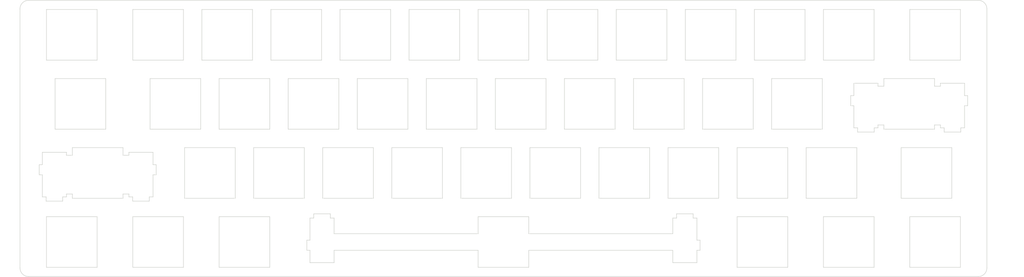
<source format=kicad_pcb>
(kicad_pcb (version 20171130) (host pcbnew "(5.1.8-0-10_14)")

  (general
    (thickness 1.6)
    (drawings 10)
    (tracks 0)
    (zones 0)
    (modules 54)
    (nets 1)
  )

  (page A4)
  (layers
    (0 F.Cu signal)
    (31 B.Cu signal)
    (32 B.Adhes user)
    (33 F.Adhes user)
    (34 B.Paste user)
    (35 F.Paste user)
    (36 B.SilkS user)
    (37 F.SilkS user)
    (38 B.Mask user)
    (39 F.Mask user)
    (40 Dwgs.User user)
    (41 Cmts.User user)
    (42 Eco1.User user)
    (43 Eco2.User user)
    (44 Edge.Cuts user)
    (45 Margin user)
    (46 B.CrtYd user)
    (47 F.CrtYd user)
    (48 B.Fab user)
    (49 F.Fab user)
  )

  (setup
    (last_trace_width 0.25)
    (trace_clearance 0.2)
    (zone_clearance 0.508)
    (zone_45_only no)
    (trace_min 0.2)
    (via_size 0.8)
    (via_drill 0.4)
    (via_min_size 0.4)
    (via_min_drill 0.3)
    (uvia_size 0.3)
    (uvia_drill 0.1)
    (uvias_allowed no)
    (uvia_min_size 0.2)
    (uvia_min_drill 0.1)
    (edge_width 0.15)
    (segment_width 0.2)
    (pcb_text_width 0.25)
    (pcb_text_size 1 1)
    (mod_edge_width 0.15)
    (mod_text_size 1 1)
    (mod_text_width 0.15)
    (pad_size 2.2 2.2)
    (pad_drill 2.2)
    (pad_to_mask_clearance 0.051)
    (solder_mask_min_width 0.25)
    (aux_axis_origin 40.386 70.485)
    (grid_origin 40.386 70.485)
    (visible_elements 7FFFFFFF)
    (pcbplotparams
      (layerselection 0x030b0_7ffffffe)
      (usegerberextensions false)
      (usegerberattributes false)
      (usegerberadvancedattributes false)
      (creategerberjobfile false)
      (excludeedgelayer true)
      (linewidth 0.100000)
      (plotframeref false)
      (viasonmask false)
      (mode 1)
      (useauxorigin false)
      (hpglpennumber 1)
      (hpglpenspeed 20)
      (hpglpendiameter 15.000000)
      (psnegative false)
      (psa4output false)
      (plotreference true)
      (plotvalue true)
      (plotinvisibletext false)
      (padsonsilk false)
      (subtractmaskfromsilk false)
      (outputformat 1)
      (mirror false)
      (drillshape 0)
      (scaleselection 1)
      (outputdirectory "hkb44-0.8-plate"))
  )

  (net 0 "")

  (net_class Default "This is the default net class."
    (clearance 0.2)
    (trace_width 0.25)
    (via_dia 0.8)
    (via_drill 0.4)
    (uvia_dia 0.3)
    (uvia_drill 0.1)
  )

  (module Symbol:OSHW-Logo2_7.3x6mm_SilkScreen (layer F.Cu) (tedit 5FAA8097) (tstamp 5EE65275)
    (at 164.211 121.285)
    (descr "Open Source Hardware Symbol")
    (tags "Logo Symbol OSHW")
    (attr virtual)
    (fp_text reference REF** (at 0 0) (layer F.Fab) hide
      (effects (font (size 1 1) (thickness 0.15)))
    )
    (fp_text value OSHW-Logo2_7.3x6mm_SilkScreen (at 0.75 0) (layer F.Mask) hide
      (effects (font (size 1 1) (thickness 0.15)))
    )
    (fp_poly (pts (xy -2.400256 1.919918) (xy -2.344799 1.947568) (xy -2.295852 1.99848) (xy -2.282371 2.017338)
      (xy -2.267686 2.042015) (xy -2.258158 2.068816) (xy -2.252707 2.104587) (xy -2.250253 2.156169)
      (xy -2.249714 2.224267) (xy -2.252148 2.317588) (xy -2.260606 2.387657) (xy -2.276826 2.439931)
      (xy -2.302546 2.479869) (xy -2.339503 2.512929) (xy -2.342218 2.514886) (xy -2.37864 2.534908)
      (xy -2.422498 2.544815) (xy -2.478276 2.547257) (xy -2.568952 2.547257) (xy -2.56899 2.635283)
      (xy -2.569834 2.684308) (xy -2.574976 2.713065) (xy -2.588413 2.730311) (xy -2.614142 2.744808)
      (xy -2.620321 2.747769) (xy -2.649236 2.761648) (xy -2.671624 2.770414) (xy -2.688271 2.771171)
      (xy -2.699964 2.761023) (xy -2.70749 2.737073) (xy -2.711634 2.696426) (xy -2.713185 2.636186)
      (xy -2.712929 2.553455) (xy -2.711651 2.445339) (xy -2.711252 2.413) (xy -2.709815 2.301524)
      (xy -2.708528 2.228603) (xy -2.569029 2.228603) (xy -2.568245 2.290499) (xy -2.56476 2.330997)
      (xy -2.556876 2.357708) (xy -2.542895 2.378244) (xy -2.533403 2.38826) (xy -2.494596 2.417567)
      (xy -2.460237 2.419952) (xy -2.424784 2.39575) (xy -2.423886 2.394857) (xy -2.409461 2.376153)
      (xy -2.400687 2.350732) (xy -2.396261 2.311584) (xy -2.394882 2.251697) (xy -2.394857 2.23843)
      (xy -2.398188 2.155901) (xy -2.409031 2.098691) (xy -2.42866 2.063766) (xy -2.45835 2.048094)
      (xy -2.475509 2.046514) (xy -2.516234 2.053926) (xy -2.544168 2.07833) (xy -2.560983 2.12298)
      (xy -2.56835 2.19113) (xy -2.569029 2.228603) (xy -2.708528 2.228603) (xy -2.708292 2.215245)
      (xy -2.706323 2.150333) (xy -2.70355 2.102958) (xy -2.699612 2.06929) (xy -2.694151 2.045498)
      (xy -2.686808 2.027753) (xy -2.677223 2.012224) (xy -2.673113 2.006381) (xy -2.618595 1.951185)
      (xy -2.549664 1.91989) (xy -2.469928 1.911165) (xy -2.400256 1.919918)) (layer F.Mask) (width 0.01))
    (fp_poly (pts (xy -1.283907 1.92778) (xy -1.237328 1.954723) (xy -1.204943 1.981466) (xy -1.181258 2.009484)
      (xy -1.164941 2.043748) (xy -1.154661 2.089227) (xy -1.149086 2.150892) (xy -1.146884 2.233711)
      (xy -1.146629 2.293246) (xy -1.146629 2.512391) (xy -1.208314 2.540044) (xy -1.27 2.567697)
      (xy -1.277257 2.32767) (xy -1.280256 2.238028) (xy -1.283402 2.172962) (xy -1.287299 2.128026)
      (xy -1.292553 2.09877) (xy -1.299769 2.080748) (xy -1.30955 2.069511) (xy -1.312688 2.067079)
      (xy -1.360239 2.048083) (xy -1.408303 2.0556) (xy -1.436914 2.075543) (xy -1.448553 2.089675)
      (xy -1.456609 2.10822) (xy -1.461729 2.136334) (xy -1.464559 2.179173) (xy -1.465744 2.241895)
      (xy -1.465943 2.307261) (xy -1.465982 2.389268) (xy -1.467386 2.447316) (xy -1.472086 2.486465)
      (xy -1.482013 2.51178) (xy -1.499097 2.528323) (xy -1.525268 2.541156) (xy -1.560225 2.554491)
      (xy -1.598404 2.569007) (xy -1.593859 2.311389) (xy -1.592029 2.218519) (xy -1.589888 2.149889)
      (xy -1.586819 2.100711) (xy -1.582206 2.066198) (xy -1.575432 2.041562) (xy -1.565881 2.022016)
      (xy -1.554366 2.00477) (xy -1.49881 1.94968) (xy -1.43102 1.917822) (xy -1.357287 1.910191)
      (xy -1.283907 1.92778)) (layer F.Mask) (width 0.01))
    (fp_poly (pts (xy -2.958885 1.921962) (xy -2.890855 1.957733) (xy -2.840649 2.015301) (xy -2.822815 2.052312)
      (xy -2.808937 2.107882) (xy -2.801833 2.178096) (xy -2.80116 2.254727) (xy -2.806573 2.329552)
      (xy -2.81773 2.394342) (xy -2.834286 2.440873) (xy -2.839374 2.448887) (xy -2.899645 2.508707)
      (xy -2.971231 2.544535) (xy -3.048908 2.55502) (xy -3.127452 2.53881) (xy -3.149311 2.529092)
      (xy -3.191878 2.499143) (xy -3.229237 2.459433) (xy -3.232768 2.454397) (xy -3.247119 2.430124)
      (xy -3.256606 2.404178) (xy -3.26221 2.370022) (xy -3.264914 2.321119) (xy -3.265701 2.250935)
      (xy -3.265714 2.2352) (xy -3.265678 2.230192) (xy -3.120571 2.230192) (xy -3.119727 2.29643)
      (xy -3.116404 2.340386) (xy -3.109417 2.368779) (xy -3.097584 2.388325) (xy -3.091543 2.394857)
      (xy -3.056814 2.41968) (xy -3.023097 2.418548) (xy -2.989005 2.397016) (xy -2.968671 2.374029)
      (xy -2.956629 2.340478) (xy -2.949866 2.287569) (xy -2.949402 2.281399) (xy -2.948248 2.185513)
      (xy -2.960312 2.114299) (xy -2.98543 2.068194) (xy -3.02344 2.047635) (xy -3.037008 2.046514)
      (xy -3.072636 2.052152) (xy -3.097006 2.071686) (xy -3.111907 2.109042) (xy -3.119125 2.16815)
      (xy -3.120571 2.230192) (xy -3.265678 2.230192) (xy -3.265174 2.160413) (xy -3.262904 2.108159)
      (xy -3.257932 2.071949) (xy -3.249287 2.045299) (xy -3.235995 2.021722) (xy -3.233057 2.017338)
      (xy -3.183687 1.958249) (xy -3.129891 1.923947) (xy -3.064398 1.910331) (xy -3.042158 1.909665)
      (xy -2.958885 1.921962)) (layer F.Mask) (width 0.01))
    (fp_poly (pts (xy -1.831697 1.931239) (xy -1.774473 1.969735) (xy -1.730251 2.025335) (xy -1.703833 2.096086)
      (xy -1.69849 2.148162) (xy -1.699097 2.169893) (xy -1.704178 2.186531) (xy -1.718145 2.201437)
      (xy -1.745411 2.217973) (xy -1.790388 2.239498) (xy -1.857489 2.269374) (xy -1.857829 2.269524)
      (xy -1.919593 2.297813) (xy -1.970241 2.322933) (xy -2.004596 2.342179) (xy -2.017482 2.352848)
      (xy -2.017486 2.352934) (xy -2.006128 2.376166) (xy -1.979569 2.401774) (xy -1.949077 2.420221)
      (xy -1.93363 2.423886) (xy -1.891485 2.411212) (xy -1.855192 2.379471) (xy -1.837483 2.344572)
      (xy -1.820448 2.318845) (xy -1.787078 2.289546) (xy -1.747851 2.264235) (xy -1.713244 2.250471)
      (xy -1.706007 2.249714) (xy -1.697861 2.26216) (xy -1.69737 2.293972) (xy -1.703357 2.336866)
      (xy -1.714643 2.382558) (xy -1.73005 2.422761) (xy -1.730829 2.424322) (xy -1.777196 2.489062)
      (xy -1.837289 2.533097) (xy -1.905535 2.554711) (xy -1.976362 2.552185) (xy -2.044196 2.523804)
      (xy -2.047212 2.521808) (xy -2.100573 2.473448) (xy -2.13566 2.410352) (xy -2.155078 2.327387)
      (xy -2.157684 2.304078) (xy -2.162299 2.194055) (xy -2.156767 2.142748) (xy -2.017486 2.142748)
      (xy -2.015676 2.174753) (xy -2.005778 2.184093) (xy -1.981102 2.177105) (xy -1.942205 2.160587)
      (xy -1.898725 2.139881) (xy -1.897644 2.139333) (xy -1.860791 2.119949) (xy -1.846 2.107013)
      (xy -1.849647 2.093451) (xy -1.865005 2.075632) (xy -1.904077 2.049845) (xy -1.946154 2.04795)
      (xy -1.983897 2.066717) (xy -2.009966 2.102915) (xy -2.017486 2.142748) (xy -2.156767 2.142748)
      (xy -2.152806 2.106027) (xy -2.12845 2.036212) (xy -2.094544 1.987302) (xy -2.033347 1.937878)
      (xy -1.965937 1.913359) (xy -1.89712 1.911797) (xy -1.831697 1.931239)) (layer F.Mask) (width 0.01))
    (fp_poly (pts (xy -0.624114 1.851289) (xy -0.619861 1.910613) (xy -0.614975 1.945572) (xy -0.608205 1.96082)
      (xy -0.598298 1.961015) (xy -0.595086 1.959195) (xy -0.552356 1.946015) (xy -0.496773 1.946785)
      (xy -0.440263 1.960333) (xy -0.404918 1.977861) (xy -0.368679 2.005861) (xy -0.342187 2.037549)
      (xy -0.324001 2.077813) (xy -0.312678 2.131543) (xy -0.306778 2.203626) (xy -0.304857 2.298951)
      (xy -0.304823 2.317237) (xy -0.3048 2.522646) (xy -0.350509 2.53858) (xy -0.382973 2.54942)
      (xy -0.400785 2.554468) (xy -0.401309 2.554514) (xy -0.403063 2.540828) (xy -0.404556 2.503076)
      (xy -0.405674 2.446224) (xy -0.406303 2.375234) (xy -0.4064 2.332073) (xy -0.406602 2.246973)
      (xy -0.407642 2.185981) (xy -0.410169 2.144177) (xy -0.414836 2.116642) (xy -0.422293 2.098456)
      (xy -0.433189 2.084698) (xy -0.439993 2.078073) (xy -0.486728 2.051375) (xy -0.537728 2.049375)
      (xy -0.583999 2.071955) (xy -0.592556 2.080107) (xy -0.605107 2.095436) (xy -0.613812 2.113618)
      (xy -0.619369 2.139909) (xy -0.622474 2.179562) (xy -0.623824 2.237832) (xy -0.624114 2.318173)
      (xy -0.624114 2.522646) (xy -0.669823 2.53858) (xy -0.702287 2.54942) (xy -0.720099 2.554468)
      (xy -0.720623 2.554514) (xy -0.721963 2.540623) (xy -0.723172 2.501439) (xy -0.724199 2.4407)
      (xy -0.724998 2.362141) (xy -0.725519 2.269498) (xy -0.725714 2.166509) (xy -0.725714 1.769342)
      (xy -0.678543 1.749444) (xy -0.631371 1.729547) (xy -0.624114 1.851289)) (layer F.Mask) (width 0.01))
    (fp_poly (pts (xy 0.039744 1.950968) (xy 0.096616 1.972087) (xy 0.097267 1.972493) (xy 0.13244 1.99838)
      (xy 0.158407 2.028633) (xy 0.17667 2.068058) (xy 0.188732 2.121462) (xy 0.196096 2.193651)
      (xy 0.200264 2.289432) (xy 0.200629 2.303078) (xy 0.205876 2.508842) (xy 0.161716 2.531678)
      (xy 0.129763 2.54711) (xy 0.11047 2.554423) (xy 0.109578 2.554514) (xy 0.106239 2.541022)
      (xy 0.103587 2.504626) (xy 0.101956 2.451452) (xy 0.1016 2.408393) (xy 0.101592 2.338641)
      (xy 0.098403 2.294837) (xy 0.087288 2.273944) (xy 0.063501 2.272925) (xy 0.022296 2.288741)
      (xy -0.039914 2.317815) (xy -0.085659 2.341963) (xy -0.109187 2.362913) (xy -0.116104 2.385747)
      (xy -0.116114 2.386877) (xy -0.104701 2.426212) (xy -0.070908 2.447462) (xy -0.019191 2.450539)
      (xy 0.018061 2.450006) (xy 0.037703 2.460735) (xy 0.049952 2.486505) (xy 0.057002 2.519337)
      (xy 0.046842 2.537966) (xy 0.043017 2.540632) (xy 0.007001 2.55134) (xy -0.043434 2.552856)
      (xy -0.095374 2.545759) (xy -0.132178 2.532788) (xy -0.183062 2.489585) (xy -0.211986 2.429446)
      (xy -0.217714 2.382462) (xy -0.213343 2.340082) (xy -0.197525 2.305488) (xy -0.166203 2.274763)
      (xy -0.115322 2.24399) (xy -0.040824 2.209252) (xy -0.036286 2.207288) (xy 0.030821 2.176287)
      (xy 0.072232 2.150862) (xy 0.089981 2.128014) (xy 0.086107 2.104745) (xy 0.062643 2.078056)
      (xy 0.055627 2.071914) (xy 0.00863 2.0481) (xy -0.040067 2.049103) (xy -0.082478 2.072451)
      (xy -0.110616 2.115675) (xy -0.113231 2.12416) (xy -0.138692 2.165308) (xy -0.170999 2.185128)
      (xy -0.217714 2.20477) (xy -0.217714 2.15395) (xy -0.203504 2.080082) (xy -0.161325 2.012327)
      (xy -0.139376 1.989661) (xy -0.089483 1.960569) (xy -0.026033 1.9474) (xy 0.039744 1.950968)) (layer F.Mask) (width 0.01))
    (fp_poly (pts (xy 0.529926 1.949755) (xy 0.595858 1.974084) (xy 0.649273 2.017117) (xy 0.670164 2.047409)
      (xy 0.692939 2.102994) (xy 0.692466 2.143186) (xy 0.668562 2.170217) (xy 0.659717 2.174813)
      (xy 0.62153 2.189144) (xy 0.602028 2.185472) (xy 0.595422 2.161407) (xy 0.595086 2.148114)
      (xy 0.582992 2.09921) (xy 0.551471 2.064999) (xy 0.507659 2.048476) (xy 0.458695 2.052634)
      (xy 0.418894 2.074227) (xy 0.40545 2.086544) (xy 0.395921 2.101487) (xy 0.389485 2.124075)
      (xy 0.385317 2.159328) (xy 0.382597 2.212266) (xy 0.380502 2.287907) (xy 0.37996 2.311857)
      (xy 0.377981 2.39379) (xy 0.375731 2.451455) (xy 0.372357 2.489608) (xy 0.367006 2.513004)
      (xy 0.358824 2.526398) (xy 0.346959 2.534545) (xy 0.339362 2.538144) (xy 0.307102 2.550452)
      (xy 0.288111 2.554514) (xy 0.281836 2.540948) (xy 0.278006 2.499934) (xy 0.2766 2.430999)
      (xy 0.277598 2.333669) (xy 0.277908 2.318657) (xy 0.280101 2.229859) (xy 0.282693 2.165019)
      (xy 0.286382 2.119067) (xy 0.291864 2.086935) (xy 0.299835 2.063553) (xy 0.310993 2.043852)
      (xy 0.31683 2.03541) (xy 0.350296 1.998057) (xy 0.387727 1.969003) (xy 0.392309 1.966467)
      (xy 0.459426 1.946443) (xy 0.529926 1.949755)) (layer F.Mask) (width 0.01))
    (fp_poly (pts (xy 1.190117 2.065358) (xy 1.189933 2.173837) (xy 1.189219 2.257287) (xy 1.187675 2.319704)
      (xy 1.185001 2.365085) (xy 1.180894 2.397429) (xy 1.175055 2.420733) (xy 1.167182 2.438995)
      (xy 1.161221 2.449418) (xy 1.111855 2.505945) (xy 1.049264 2.541377) (xy 0.980013 2.55409)
      (xy 0.910668 2.542463) (xy 0.869375 2.521568) (xy 0.826025 2.485422) (xy 0.796481 2.441276)
      (xy 0.778655 2.383462) (xy 0.770463 2.306313) (xy 0.769302 2.249714) (xy 0.769458 2.245647)
      (xy 0.870857 2.245647) (xy 0.871476 2.31055) (xy 0.874314 2.353514) (xy 0.88084 2.381622)
      (xy 0.892523 2.401953) (xy 0.906483 2.417288) (xy 0.953365 2.44689) (xy 1.003701 2.449419)
      (xy 1.051276 2.424705) (xy 1.054979 2.421356) (xy 1.070783 2.403935) (xy 1.080693 2.383209)
      (xy 1.086058 2.352362) (xy 1.088228 2.304577) (xy 1.088571 2.251748) (xy 1.087827 2.185381)
      (xy 1.084748 2.141106) (xy 1.078061 2.112009) (xy 1.066496 2.091173) (xy 1.057013 2.080107)
      (xy 1.01296 2.052198) (xy 0.962224 2.048843) (xy 0.913796 2.070159) (xy 0.90445 2.078073)
      (xy 0.88854 2.095647) (xy 0.87861 2.116587) (xy 0.873278 2.147782) (xy 0.871163 2.196122)
      (xy 0.870857 2.245647) (xy 0.769458 2.245647) (xy 0.77281 2.158568) (xy 0.784726 2.090086)
      (xy 0.807135 2.0386) (xy 0.842124 1.998443) (xy 0.869375 1.977861) (xy 0.918907 1.955625)
      (xy 0.976316 1.945304) (xy 1.029682 1.948067) (xy 1.059543 1.959212) (xy 1.071261 1.962383)
      (xy 1.079037 1.950557) (xy 1.084465 1.918866) (xy 1.088571 1.870593) (xy 1.093067 1.816829)
      (xy 1.099313 1.784482) (xy 1.110676 1.765985) (xy 1.130528 1.75377) (xy 1.143 1.748362)
      (xy 1.190171 1.728601) (xy 1.190117 2.065358)) (layer F.Mask) (width 0.01))
    (fp_poly (pts (xy 1.779833 1.958663) (xy 1.782048 1.99685) (xy 1.783784 2.054886) (xy 1.784899 2.12818)
      (xy 1.785257 2.205055) (xy 1.785257 2.465196) (xy 1.739326 2.511127) (xy 1.707675 2.539429)
      (xy 1.67989 2.550893) (xy 1.641915 2.550168) (xy 1.62684 2.548321) (xy 1.579726 2.542948)
      (xy 1.540756 2.539869) (xy 1.531257 2.539585) (xy 1.499233 2.541445) (xy 1.453432 2.546114)
      (xy 1.435674 2.548321) (xy 1.392057 2.551735) (xy 1.362745 2.54432) (xy 1.33368 2.521427)
      (xy 1.323188 2.511127) (xy 1.277257 2.465196) (xy 1.277257 1.978602) (xy 1.314226 1.961758)
      (xy 1.346059 1.949282) (xy 1.364683 1.944914) (xy 1.369458 1.958718) (xy 1.373921 1.997286)
      (xy 1.377775 2.056356) (xy 1.380722 2.131663) (xy 1.382143 2.195286) (xy 1.386114 2.445657)
      (xy 1.420759 2.450556) (xy 1.452268 2.447131) (xy 1.467708 2.436041) (xy 1.472023 2.415308)
      (xy 1.475708 2.371145) (xy 1.478469 2.309146) (xy 1.480012 2.234909) (xy 1.480235 2.196706)
      (xy 1.480457 1.976783) (xy 1.526166 1.960849) (xy 1.558518 1.950015) (xy 1.576115 1.944962)
      (xy 1.576623 1.944914) (xy 1.578388 1.958648) (xy 1.580329 1.99673) (xy 1.582282 2.054482)
      (xy 1.584084 2.127227) (xy 1.585343 2.195286) (xy 1.589314 2.445657) (xy 1.6764 2.445657)
      (xy 1.680396 2.21724) (xy 1.684392 1.988822) (xy 1.726847 1.966868) (xy 1.758192 1.951793)
      (xy 1.776744 1.944951) (xy 1.777279 1.944914) (xy 1.779833 1.958663)) (layer F.Mask) (width 0.01))
    (fp_poly (pts (xy 2.144876 1.956335) (xy 2.186667 1.975344) (xy 2.219469 1.998378) (xy 2.243503 2.024133)
      (xy 2.260097 2.057358) (xy 2.270577 2.1028) (xy 2.276271 2.165207) (xy 2.278507 2.249327)
      (xy 2.278743 2.304721) (xy 2.278743 2.520826) (xy 2.241774 2.53767) (xy 2.212656 2.549981)
      (xy 2.198231 2.554514) (xy 2.195472 2.541025) (xy 2.193282 2.504653) (xy 2.191942 2.451542)
      (xy 2.191657 2.409372) (xy 2.190434 2.348447) (xy 2.187136 2.300115) (xy 2.182321 2.270518)
      (xy 2.178496 2.264229) (xy 2.152783 2.270652) (xy 2.112418 2.287125) (xy 2.065679 2.309458)
      (xy 2.020845 2.333457) (xy 1.986193 2.35493) (xy 1.970002 2.369685) (xy 1.969938 2.369845)
      (xy 1.97133 2.397152) (xy 1.983818 2.423219) (xy 2.005743 2.444392) (xy 2.037743 2.451474)
      (xy 2.065092 2.450649) (xy 2.103826 2.450042) (xy 2.124158 2.459116) (xy 2.136369 2.483092)
      (xy 2.137909 2.487613) (xy 2.143203 2.521806) (xy 2.129047 2.542568) (xy 2.092148 2.552462)
      (xy 2.052289 2.554292) (xy 1.980562 2.540727) (xy 1.943432 2.521355) (xy 1.897576 2.475845)
      (xy 1.873256 2.419983) (xy 1.871073 2.360957) (xy 1.891629 2.305953) (xy 1.922549 2.271486)
      (xy 1.95342 2.252189) (xy 2.001942 2.227759) (xy 2.058485 2.202985) (xy 2.06791 2.199199)
      (xy 2.130019 2.171791) (xy 2.165822 2.147634) (xy 2.177337 2.123619) (xy 2.16658 2.096635)
      (xy 2.148114 2.075543) (xy 2.104469 2.049572) (xy 2.056446 2.047624) (xy 2.012406 2.067637)
      (xy 1.980709 2.107551) (xy 1.976549 2.117848) (xy 1.952327 2.155724) (xy 1.916965 2.183842)
      (xy 1.872343 2.206917) (xy 1.872343 2.141485) (xy 1.874969 2.101506) (xy 1.88623 2.069997)
      (xy 1.911199 2.036378) (xy 1.935169 2.010484) (xy 1.972441 1.973817) (xy 2.001401 1.954121)
      (xy 2.032505 1.94622) (xy 2.067713 1.944914) (xy 2.144876 1.956335)) (layer F.Mask) (width 0.01))
    (fp_poly (pts (xy 2.6526 1.958752) (xy 2.669948 1.966334) (xy 2.711356 1.999128) (xy 2.746765 2.046547)
      (xy 2.768664 2.097151) (xy 2.772229 2.122098) (xy 2.760279 2.156927) (xy 2.734067 2.175357)
      (xy 2.705964 2.186516) (xy 2.693095 2.188572) (xy 2.686829 2.173649) (xy 2.674456 2.141175)
      (xy 2.669028 2.126502) (xy 2.63859 2.075744) (xy 2.59452 2.050427) (xy 2.53801 2.051206)
      (xy 2.533825 2.052203) (xy 2.503655 2.066507) (xy 2.481476 2.094393) (xy 2.466327 2.139287)
      (xy 2.45725 2.204615) (xy 2.453286 2.293804) (xy 2.452914 2.341261) (xy 2.45273 2.416071)
      (xy 2.451522 2.467069) (xy 2.448309 2.499471) (xy 2.442109 2.518495) (xy 2.43194 2.529356)
      (xy 2.416819 2.537272) (xy 2.415946 2.53767) (xy 2.386828 2.549981) (xy 2.372403 2.554514)
      (xy 2.370186 2.540809) (xy 2.368289 2.502925) (xy 2.366847 2.445715) (xy 2.365998 2.374027)
      (xy 2.365829 2.321565) (xy 2.366692 2.220047) (xy 2.37007 2.143032) (xy 2.377142 2.086023)
      (xy 2.389088 2.044526) (xy 2.40709 2.014043) (xy 2.432327 1.99008) (xy 2.457247 1.973355)
      (xy 2.517171 1.951097) (xy 2.586911 1.946076) (xy 2.6526 1.958752)) (layer F.Mask) (width 0.01))
    (fp_poly (pts (xy 3.153595 1.966966) (xy 3.211021 2.004497) (xy 3.238719 2.038096) (xy 3.260662 2.099064)
      (xy 3.262405 2.147308) (xy 3.258457 2.211816) (xy 3.109686 2.276934) (xy 3.037349 2.310202)
      (xy 2.990084 2.336964) (xy 2.965507 2.360144) (xy 2.961237 2.382667) (xy 2.974889 2.407455)
      (xy 2.989943 2.423886) (xy 3.033746 2.450235) (xy 3.081389 2.452081) (xy 3.125145 2.431546)
      (xy 3.157289 2.390752) (xy 3.163038 2.376347) (xy 3.190576 2.331356) (xy 3.222258 2.312182)
      (xy 3.265714 2.295779) (xy 3.265714 2.357966) (xy 3.261872 2.400283) (xy 3.246823 2.435969)
      (xy 3.21528 2.476943) (xy 3.210592 2.482267) (xy 3.175506 2.51872) (xy 3.145347 2.538283)
      (xy 3.107615 2.547283) (xy 3.076335 2.55023) (xy 3.020385 2.550965) (xy 2.980555 2.54166)
      (xy 2.955708 2.527846) (xy 2.916656 2.497467) (xy 2.889625 2.464613) (xy 2.872517 2.423294)
      (xy 2.863238 2.367521) (xy 2.859693 2.291305) (xy 2.85941 2.252622) (xy 2.860372 2.206247)
      (xy 2.948007 2.206247) (xy 2.949023 2.231126) (xy 2.951556 2.2352) (xy 2.968274 2.229665)
      (xy 3.004249 2.215017) (xy 3.052331 2.19419) (xy 3.062386 2.189714) (xy 3.123152 2.158814)
      (xy 3.156632 2.131657) (xy 3.16399 2.10622) (xy 3.146391 2.080481) (xy 3.131856 2.069109)
      (xy 3.07941 2.046364) (xy 3.030322 2.050122) (xy 2.989227 2.077884) (xy 2.960758 2.127152)
      (xy 2.951631 2.166257) (xy 2.948007 2.206247) (xy 2.860372 2.206247) (xy 2.861285 2.162249)
      (xy 2.868196 2.095384) (xy 2.881884 2.046695) (xy 2.904096 2.010849) (xy 2.936574 1.982513)
      (xy 2.950733 1.973355) (xy 3.015053 1.949507) (xy 3.085473 1.948006) (xy 3.153595 1.966966)) (layer F.Mask) (width 0.01))
    (fp_poly (pts (xy 0.10391 -2.757652) (xy 0.182454 -2.757222) (xy 0.239298 -2.756058) (xy 0.278105 -2.753793)
      (xy 0.302538 -2.75006) (xy 0.316262 -2.744494) (xy 0.32294 -2.736727) (xy 0.326236 -2.726395)
      (xy 0.326556 -2.725057) (xy 0.331562 -2.700921) (xy 0.340829 -2.653299) (xy 0.353392 -2.587259)
      (xy 0.368287 -2.507872) (xy 0.384551 -2.420204) (xy 0.385119 -2.417125) (xy 0.40141 -2.331211)
      (xy 0.416652 -2.255304) (xy 0.429861 -2.193955) (xy 0.440054 -2.151718) (xy 0.446248 -2.133145)
      (xy 0.446543 -2.132816) (xy 0.464788 -2.123747) (xy 0.502405 -2.108633) (xy 0.551271 -2.090738)
      (xy 0.551543 -2.090642) (xy 0.613093 -2.067507) (xy 0.685657 -2.038035) (xy 0.754057 -2.008403)
      (xy 0.757294 -2.006938) (xy 0.868702 -1.956374) (xy 1.115399 -2.12484) (xy 1.191077 -2.176197)
      (xy 1.259631 -2.222111) (xy 1.317088 -2.25997) (xy 1.359476 -2.287163) (xy 1.382825 -2.301079)
      (xy 1.385042 -2.302111) (xy 1.40201 -2.297516) (xy 1.433701 -2.275345) (xy 1.481352 -2.234553)
      (xy 1.546198 -2.174095) (xy 1.612397 -2.109773) (xy 1.676214 -2.046388) (xy 1.733329 -1.988549)
      (xy 1.780305 -1.939825) (xy 1.813703 -1.90379) (xy 1.830085 -1.884016) (xy 1.830694 -1.882998)
      (xy 1.832505 -1.869428) (xy 1.825683 -1.847267) (xy 1.80854 -1.813522) (xy 1.779393 -1.7652)
      (xy 1.736555 -1.699308) (xy 1.679448 -1.614483) (xy 1.628766 -1.539823) (xy 1.583461 -1.47286)
      (xy 1.54615 -1.417484) (xy 1.519452 -1.37758) (xy 1.505985 -1.357038) (xy 1.505137 -1.355644)
      (xy 1.506781 -1.335962) (xy 1.519245 -1.297707) (xy 1.540048 -1.248111) (xy 1.547462 -1.232272)
      (xy 1.579814 -1.16171) (xy 1.614328 -1.081647) (xy 1.642365 -1.012371) (xy 1.662568 -0.960955)
      (xy 1.678615 -0.921881) (xy 1.687888 -0.901459) (xy 1.689041 -0.899886) (xy 1.706096 -0.897279)
      (xy 1.746298 -0.890137) (xy 1.804302 -0.879477) (xy 1.874763 -0.866315) (xy 1.952335 -0.851667)
      (xy 2.031672 -0.836551) (xy 2.107431 -0.821982) (xy 2.174264 -0.808978) (xy 2.226828 -0.798555)
      (xy 2.259776 -0.79173) (xy 2.267857 -0.789801) (xy 2.276205 -0.785038) (xy 2.282506 -0.774282)
      (xy 2.287045 -0.753902) (xy 2.290104 -0.720266) (xy 2.291967 -0.669745) (xy 2.292918 -0.598708)
      (xy 2.29324 -0.503524) (xy 2.293257 -0.464508) (xy 2.293257 -0.147201) (xy 2.217057 -0.132161)
      (xy 2.174663 -0.124005) (xy 2.1114 -0.112101) (xy 2.034962 -0.097884) (xy 1.953043 -0.08279)
      (xy 1.9304 -0.078645) (xy 1.854806 -0.063947) (xy 1.788953 -0.049495) (xy 1.738366 -0.036625)
      (xy 1.708574 -0.026678) (xy 1.703612 -0.023713) (xy 1.691426 -0.002717) (xy 1.673953 0.037967)
      (xy 1.654577 0.090322) (xy 1.650734 0.1016) (xy 1.625339 0.171523) (xy 1.593817 0.250418)
      (xy 1.562969 0.321266) (xy 1.562817 0.321595) (xy 1.511447 0.432733) (xy 1.680399 0.681253)
      (xy 1.849352 0.929772) (xy 1.632429 1.147058) (xy 1.566819 1.211726) (xy 1.506979 1.268733)
      (xy 1.456267 1.315033) (xy 1.418046 1.347584) (xy 1.395675 1.363343) (xy 1.392466 1.364343)
      (xy 1.373626 1.356469) (xy 1.33518 1.334578) (xy 1.28133 1.301267) (xy 1.216276 1.259131)
      (xy 1.14594 1.211943) (xy 1.074555 1.16381) (xy 1.010908 1.121928) (xy 0.959041 1.088871)
      (xy 0.922995 1.067218) (xy 0.906867 1.059543) (xy 0.887189 1.066037) (xy 0.849875 1.08315)
      (xy 0.802621 1.107326) (xy 0.797612 1.110013) (xy 0.733977 1.141927) (xy 0.690341 1.157579)
      (xy 0.663202 1.157745) (xy 0.649057 1.143204) (xy 0.648975 1.143) (xy 0.641905 1.125779)
      (xy 0.625042 1.084899) (xy 0.599695 1.023525) (xy 0.567171 0.944819) (xy 0.528778 0.851947)
      (xy 0.485822 0.748072) (xy 0.444222 0.647502) (xy 0.398504 0.536516) (xy 0.356526 0.433703)
      (xy 0.319548 0.342215) (xy 0.288827 0.265201) (xy 0.265622 0.205815) (xy 0.25119 0.167209)
      (xy 0.246743 0.1528) (xy 0.257896 0.136272) (xy 0.287069 0.10993) (xy 0.325971 0.080887)
      (xy 0.436757 -0.010961) (xy 0.523351 -0.116241) (xy 0.584716 -0.232734) (xy 0.619815 -0.358224)
      (xy 0.627608 -0.490493) (xy 0.621943 -0.551543) (xy 0.591078 -0.678205) (xy 0.53792 -0.790059)
      (xy 0.465767 -0.885999) (xy 0.377917 -0.964924) (xy 0.277665 -1.02573) (xy 0.16831 -1.067313)
      (xy 0.053147 -1.088572) (xy -0.064525 -1.088401) (xy -0.18141 -1.065699) (xy -0.294211 -1.019362)
      (xy -0.399631 -0.948287) (xy -0.443632 -0.908089) (xy -0.528021 -0.804871) (xy -0.586778 -0.692075)
      (xy -0.620296 -0.57299) (xy -0.628965 -0.450905) (xy -0.613177 -0.329107) (xy -0.573322 -0.210884)
      (xy -0.509793 -0.099525) (xy -0.422979 0.001684) (xy -0.325971 0.080887) (xy -0.285563 0.111162)
      (xy -0.257018 0.137219) (xy -0.246743 0.152825) (xy -0.252123 0.169843) (xy -0.267425 0.2105)
      (xy -0.291388 0.271642) (xy -0.322756 0.350119) (xy -0.360268 0.44278) (xy -0.402667 0.546472)
      (xy -0.444337 0.647526) (xy -0.49031 0.758607) (xy -0.532893 0.861541) (xy -0.570779 0.953165)
      (xy -0.60266 1.030316) (xy -0.627229 1.089831) (xy -0.64318 1.128544) (xy -0.64909 1.143)
      (xy -0.663052 1.157685) (xy -0.69006 1.157642) (xy -0.733587 1.142099) (xy -0.79711 1.110284)
      (xy -0.797612 1.110013) (xy -0.84544 1.085323) (xy -0.884103 1.067338) (xy -0.905905 1.059614)
      (xy -0.906867 1.059543) (xy -0.923279 1.067378) (xy -0.959513 1.089165) (xy -1.011526 1.122328)
      (xy -1.075275 1.164291) (xy -1.14594 1.211943) (xy -1.217884 1.260191) (xy -1.282726 1.302151)
      (xy -1.336265 1.335227) (xy -1.374303 1.356821) (xy -1.392467 1.364343) (xy -1.409192 1.354457)
      (xy -1.44282 1.326826) (xy -1.48999 1.284495) (xy -1.547342 1.230505) (xy -1.611516 1.167899)
      (xy -1.632503 1.146983) (xy -1.849501 0.929623) (xy -1.684332 0.68722) (xy -1.634136 0.612781)
      (xy -1.590081 0.545972) (xy -1.554638 0.490665) (xy -1.530281 0.450729) (xy -1.519478 0.430036)
      (xy -1.519162 0.428563) (xy -1.524857 0.409058) (xy -1.540174 0.369822) (xy -1.562463 0.31743)
      (xy -1.578107 0.282355) (xy -1.607359 0.215201) (xy -1.634906 0.147358) (xy -1.656263 0.090034)
      (xy -1.662065 0.072572) (xy -1.678548 0.025938) (xy -1.69466 -0.010095) (xy -1.70351 -0.023713)
      (xy -1.72304 -0.032048) (xy -1.765666 -0.043863) (xy -1.825855 -0.057819) (xy -1.898078 -0.072578)
      (xy -1.9304 -0.078645) (xy -2.012478 -0.093727) (xy -2.091205 -0.108331) (xy -2.158891 -0.12102)
      (xy -2.20784 -0.130358) (xy -2.217057 -0.132161) (xy -2.293257 -0.147201) (xy -2.293257 -0.464508)
      (xy -2.293086 -0.568846) (xy -2.292384 -0.647787) (xy -2.290866 -0.704962) (xy -2.288251 -0.744001)
      (xy -2.284254 -0.768535) (xy -2.278591 -0.782195) (xy -2.27098 -0.788611) (xy -2.267857 -0.789801)
      (xy -2.249022 -0.79402) (xy -2.207412 -0.802438) (xy -2.14837 -0.814039) (xy -2.077243 -0.827805)
      (xy -1.999375 -0.84272) (xy -1.920113 -0.857768) (xy -1.844802 -0.871931) (xy -1.778787 -0.884194)
      (xy -1.727413 -0.893539) (xy -1.696025 -0.89895) (xy -1.689041 -0.899886) (xy -1.682715 -0.912404)
      (xy -1.66871 -0.945754) (xy -1.649645 -0.993623) (xy -1.642366 -1.012371) (xy -1.613004 -1.084805)
      (xy -1.578429 -1.16483) (xy -1.547463 -1.232272) (xy -1.524677 -1.283841) (xy -1.509518 -1.326215)
      (xy -1.504458 -1.352166) (xy -1.505264 -1.355644) (xy -1.515959 -1.372064) (xy -1.54038 -1.408583)
      (xy -1.575905 -1.461313) (xy -1.619913 -1.526365) (xy -1.669783 -1.599849) (xy -1.679644 -1.614355)
      (xy -1.737508 -1.700296) (xy -1.780044 -1.765739) (xy -1.808946 -1.813696) (xy -1.82591 -1.84718)
      (xy -1.832633 -1.869205) (xy -1.83081 -1.882783) (xy -1.830764 -1.882869) (xy -1.816414 -1.900703)
      (xy -1.784677 -1.935183) (xy -1.73899 -1.982732) (xy -1.682796 -2.039778) (xy -1.619532 -2.102745)
      (xy -1.612398 -2.109773) (xy -1.53267 -2.18698) (xy -1.471143 -2.24367) (xy -1.426579 -2.28089)
      (xy -1.397743 -2.299685) (xy -1.385042 -2.302111) (xy -1.366506 -2.291529) (xy -1.328039 -2.267084)
      (xy -1.273614 -2.231388) (xy -1.207202 -2.187053) (xy -1.132775 -2.136689) (xy -1.115399 -2.12484)
      (xy -0.868703 -1.956374) (xy -0.757294 -2.006938) (xy -0.689543 -2.036405) (xy -0.616817 -2.066041)
      (xy -0.554297 -2.08967) (xy -0.551543 -2.090642) (xy -0.50264 -2.108543) (xy -0.464943 -2.12368)
      (xy -0.446575 -2.13279) (xy -0.446544 -2.132816) (xy -0.440715 -2.149283) (xy -0.430808 -2.189781)
      (xy -0.417805 -2.249758) (xy -0.402691 -2.32466) (xy -0.386448 -2.409936) (xy -0.385119 -2.417125)
      (xy -0.368825 -2.504986) (xy -0.353867 -2.58474) (xy -0.341209 -2.651319) (xy -0.331814 -2.699653)
      (xy -0.326646 -2.724675) (xy -0.326556 -2.725057) (xy -0.323411 -2.735701) (xy -0.317296 -2.743738)
      (xy -0.304547 -2.749533) (xy -0.2815 -2.753453) (xy -0.244491 -2.755865) (xy -0.189856 -2.757135)
      (xy -0.113933 -2.757629) (xy -0.013056 -2.757714) (xy 0 -2.757714) (xy 0.10391 -2.757652)) (layer F.Mask) (width 0.01))
  )

  (module MountingHole:MountingHole_2.2mm_M2 (layer F.Cu) (tedit 56D1B4CB) (tstamp 5FAAE476)
    (at 277.71725 133.19125)
    (descr "Mounting Hole 2.2mm, no annular, M2")
    (tags "mounting hole 2.2mm no annular m2")
    (attr virtual)
    (fp_text reference REF** (at 0 -3.2) (layer F.Fab)
      (effects (font (size 1 1) (thickness 0.15)))
    )
    (fp_text value MountingHole_2.2mm_M2 (at 0 3.2) (layer F.Fab)
      (effects (font (size 1 1) (thickness 0.15)))
    )
    (fp_text user %R (at 0.3 0) (layer F.Fab)
      (effects (font (size 1 1) (thickness 0.15)))
    )
    (fp_circle (center 0 0) (end 2.2 0) (layer Cmts.User) (width 0.15))
    (fp_circle (center 0 0) (end 2.45 0) (layer F.CrtYd) (width 0.05))
    (pad 1 np_thru_hole circle (at 0 0) (size 2.2 2.2) (drill 2.2) (layers *.Cu *.Mask))
  )

  (module MountingHole:MountingHole_2.2mm_M2 (layer F.Cu) (tedit 56D1B4CB) (tstamp 5FAAE301)
    (at 207.86725 118.11)
    (descr "Mounting Hole 2.2mm, no annular, M2")
    (tags "mounting hole 2.2mm no annular m2")
    (attr virtual)
    (fp_text reference REF** (at 0 -3.2) (layer F.Fab)
      (effects (font (size 1 1) (thickness 0.15)))
    )
    (fp_text value MountingHole_2.2mm_M2 (at 0 3.2) (layer F.Fab)
      (effects (font (size 1 1) (thickness 0.15)))
    )
    (fp_circle (center 0 0) (end 2.45 0) (layer F.CrtYd) (width 0.05))
    (fp_circle (center 0 0) (end 2.2 0) (layer Cmts.User) (width 0.15))
    (fp_text user %R (at 0.3 0) (layer F.Fab)
      (effects (font (size 1 1) (thickness 0.15)))
    )
    (pad 1 np_thru_hole circle (at 0 0) (size 2.2 2.2) (drill 2.2) (layers *.Cu *.Mask))
  )

  (module MountingHole:MountingHole_2.2mm_M2 (layer F.Cu) (tedit 56D1B4CB) (tstamp 5FAAE50B)
    (at 153.0985 104.060625)
    (descr "Mounting Hole 2.2mm, no annular, M2")
    (tags "mounting hole 2.2mm no annular m2")
    (attr virtual)
    (fp_text reference REF** (at 0 -3.2) (layer F.Fab)
      (effects (font (size 1 1) (thickness 0.15)))
    )
    (fp_text value MountingHole_2.2mm_M2 (at 0 3.2) (layer F.Fab)
      (effects (font (size 1 1) (thickness 0.15)))
    )
    (fp_text user %R (at 0.3 0) (layer F.Fab)
      (effects (font (size 1 1) (thickness 0.15)))
    )
    (fp_circle (center 0 0) (end 2.2 0) (layer Cmts.User) (width 0.15))
    (fp_circle (center 0 0) (end 2.45 0) (layer F.CrtYd) (width 0.05))
    (pad 1 np_thru_hole circle (at 0 0) (size 2.2 2.2) (drill 2.2) (layers *.Cu *.Mask))
  )

  (module MountingHole:MountingHole_2.2mm_M2 (layer F.Cu) (tedit 56D1B4CB) (tstamp 5FAAE2E5)
    (at 88.80475 118.11)
    (descr "Mounting Hole 2.2mm, no annular, M2")
    (tags "mounting hole 2.2mm no annular m2")
    (attr virtual)
    (fp_text reference REF** (at 0 -3.2) (layer F.Fab)
      (effects (font (size 1 1) (thickness 0.15)))
    )
    (fp_text value MountingHole_2.2mm_M2 (at 0 3.2) (layer F.Fab)
      (effects (font (size 1 1) (thickness 0.15)))
    )
    (fp_circle (center 0 0) (end 2.45 0) (layer F.CrtYd) (width 0.05))
    (fp_circle (center 0 0) (end 2.2 0) (layer Cmts.User) (width 0.15))
    (fp_text user %R (at 0.3 0) (layer F.Fab)
      (effects (font (size 1 1) (thickness 0.15)))
    )
    (pad 1 np_thru_hole circle (at 0 0) (size 2.2 2.2) (drill 2.2) (layers *.Cu *.Mask))
  )

  (module MountingHole:MountingHole_2.2mm_M2 (layer F.Cu) (tedit 56D1B4CB) (tstamp 5FAAE2D7)
    (at 18.95475 133.19125)
    (descr "Mounting Hole 2.2mm, no annular, M2")
    (tags "mounting hole 2.2mm no annular m2")
    (attr virtual)
    (fp_text reference REF** (at 0 -3.2) (layer F.Fab)
      (effects (font (size 1 1) (thickness 0.15)))
    )
    (fp_text value MountingHole_2.2mm_M2 (at 0 3.2) (layer F.Fab)
      (effects (font (size 1 1) (thickness 0.15)))
    )
    (fp_text user %R (at 0.3 0) (layer F.Fab)
      (effects (font (size 1 1) (thickness 0.15)))
    )
    (fp_circle (center 0 0) (end 2.2 0) (layer Cmts.User) (width 0.15))
    (fp_circle (center 0 0) (end 2.45 0) (layer F.CrtYd) (width 0.05))
    (pad 1 np_thru_hole circle (at 0 0) (size 2.2 2.2) (drill 2.2) (layers *.Cu *.Mask))
  )

  (module MountingHole:MountingHole_2.2mm_M2 (layer F.Cu) (tedit 56D1B4CB) (tstamp 5FAAE3E3)
    (at 277.71725 64.92875)
    (descr "Mounting Hole 2.2mm, no annular, M2")
    (tags "mounting hole 2.2mm no annular m2")
    (attr virtual)
    (fp_text reference REF** (at 0 -3.2) (layer F.Fab)
      (effects (font (size 1 1) (thickness 0.15)))
    )
    (fp_text value MountingHole_2.2mm_M2 (at 0 3.2) (layer F.Fab)
      (effects (font (size 1 1) (thickness 0.15)))
    )
    (fp_circle (center 0 0) (end 2.45 0) (layer F.CrtYd) (width 0.05))
    (fp_circle (center 0 0) (end 2.2 0) (layer Cmts.User) (width 0.15))
    (fp_text user %R (at 0.3 0) (layer F.Fab)
      (effects (font (size 1 1) (thickness 0.15)))
    )
    (pad 1 np_thru_hole circle (at 0 0) (size 2.2 2.2) (drill 2.2) (layers *.Cu *.Mask))
  )

  (module MountingHole:MountingHole_2.2mm_M2 (layer F.Cu) (tedit 56D1B4CB) (tstamp 5FAAE2BB)
    (at 215.011 64.92875)
    (descr "Mounting Hole 2.2mm, no annular, M2")
    (tags "mounting hole 2.2mm no annular m2")
    (attr virtual)
    (fp_text reference REF** (at 0 -3.2) (layer F.Fab)
      (effects (font (size 1 1) (thickness 0.15)))
    )
    (fp_text value MountingHole_2.2mm_M2 (at 0 3.2) (layer F.Fab)
      (effects (font (size 1 1) (thickness 0.15)))
    )
    (fp_text user %R (at 0.3 0) (layer F.Fab)
      (effects (font (size 1 1) (thickness 0.15)))
    )
    (fp_circle (center 0 0) (end 2.2 0) (layer Cmts.User) (width 0.15))
    (fp_circle (center 0 0) (end 2.45 0) (layer F.CrtYd) (width 0.05))
    (pad 1 np_thru_hole circle (at 0 0) (size 2.2 2.2) (drill 2.2) (layers *.Cu *.Mask))
  )

  (module MountingHole:MountingHole_2.2mm_M2 (layer F.Cu) (tedit 56D1B4CB) (tstamp 5FAAE333)
    (at 81.661 64.92875)
    (descr "Mounting Hole 2.2mm, no annular, M2")
    (tags "mounting hole 2.2mm no annular m2")
    (attr virtual)
    (fp_text reference REF** (at 0 -3.2) (layer F.Fab)
      (effects (font (size 1 1) (thickness 0.15)))
    )
    (fp_text value MountingHole_2.2mm_M2 (at 0 3.2) (layer F.Fab)
      (effects (font (size 1 1) (thickness 0.15)))
    )
    (fp_circle (center 0 0) (end 2.45 0) (layer F.CrtYd) (width 0.05))
    (fp_circle (center 0 0) (end 2.2 0) (layer Cmts.User) (width 0.15))
    (fp_text user %R (at 0.3 0) (layer F.Fab)
      (effects (font (size 1 1) (thickness 0.15)))
    )
    (pad 1 np_thru_hole circle (at 0 0) (size 2.2 2.2) (drill 2.2) (layers *.Cu *.Mask))
  )

  (module MountingHole:MountingHole_2.2mm_M2 (layer F.Cu) (tedit 56D1B4CB) (tstamp 5FAAE25B)
    (at 18.95475 64.92875)
    (descr "Mounting Hole 2.2mm, no annular, M2")
    (tags "mounting hole 2.2mm no annular m2")
    (attr virtual)
    (fp_text reference REF** (at 0 -3.2) (layer F.Fab)
      (effects (font (size 1 1) (thickness 0.15)))
    )
    (fp_text value MountingHole_2.2mm_M2 (at 0 3.2) (layer F.Fab)
      (effects (font (size 1 1) (thickness 0.15)))
    )
    (fp_text user %R (at 0.3 0) (layer F.Fab)
      (effects (font (size 1 1) (thickness 0.15)))
    )
    (fp_circle (center 0 0) (end 2.2 0) (layer Cmts.User) (width 0.15))
    (fp_circle (center 0 0) (end 2.45 0) (layer F.CrtYd) (width 0.05))
    (pad 1 np_thru_hole circle (at 0 0) (size 2.2 2.2) (drill 2.2) (layers *.Cu *.Mask))
  )

  (module HKB44:MX_PLATE_125H (layer F.Cu) (tedit 5EE5CDE9) (tstamp 5EE6497A)
    (at 267.3985 127.635)
    (fp_text reference 125u (at 0 3.302) (layer F.SilkS) hide
      (effects (font (size 1.27 1.524) (thickness 0.2032)))
    )
    (fp_text value PLATE (at 0 5.08) (layer F.SilkS) hide
      (effects (font (size 1.27 1.524) (thickness 0.2032)))
    )
    (fp_line (start -11.78052 -9.398) (end 11.78052 -9.398) (layer Dwgs.User) (width 0.1524))
    (fp_line (start 11.78052 -9.398) (end 11.78052 9.398) (layer Dwgs.User) (width 0.1524))
    (fp_line (start 11.78052 9.398) (end -11.78052 9.398) (layer Dwgs.User) (width 0.1524))
    (fp_line (start -11.78052 9.398) (end -11.78052 -9.398) (layer Dwgs.User) (width 0.1524))
    (fp_line (start -6.985 -6.985) (end 6.985 -6.985) (layer Edge.Cuts) (width 0.1524))
    (fp_line (start 6.985 -6.985) (end 6.985 6.985) (layer Edge.Cuts) (width 0.1524))
    (fp_line (start 6.985 6.985) (end -6.985 6.985) (layer Edge.Cuts) (width 0.1524))
    (fp_line (start -6.985 6.985) (end -6.985 -6.985) (layer Edge.Cuts) (width 0.1524))
    (fp_line (start -0.254 0) (end 0.254 0) (layer Dwgs.User) (width 0.05))
    (fp_line (start 0 -0.254) (end 0 0.254) (layer Dwgs.User) (width 0.05))
    (fp_text user 1.25u (at -8.09752 8.255) (layer Dwgs.User)
      (effects (font (size 1.524 1.524) (thickness 0.3048)))
    )
  )

  (module HKB44:MX_PLATE_125H (layer F.Cu) (tedit 5EE5CDE9) (tstamp 5EE6496C)
    (at 243.586 127.635)
    (fp_text reference 125u (at 0 3.302) (layer F.SilkS) hide
      (effects (font (size 1.27 1.524) (thickness 0.2032)))
    )
    (fp_text value PLATE (at 0 5.08) (layer F.SilkS) hide
      (effects (font (size 1.27 1.524) (thickness 0.2032)))
    )
    (fp_line (start 0 -0.254) (end 0 0.254) (layer Dwgs.User) (width 0.05))
    (fp_line (start -0.254 0) (end 0.254 0) (layer Dwgs.User) (width 0.05))
    (fp_line (start -6.985 6.985) (end -6.985 -6.985) (layer Edge.Cuts) (width 0.1524))
    (fp_line (start 6.985 6.985) (end -6.985 6.985) (layer Edge.Cuts) (width 0.1524))
    (fp_line (start 6.985 -6.985) (end 6.985 6.985) (layer Edge.Cuts) (width 0.1524))
    (fp_line (start -6.985 -6.985) (end 6.985 -6.985) (layer Edge.Cuts) (width 0.1524))
    (fp_line (start -11.78052 9.398) (end -11.78052 -9.398) (layer Dwgs.User) (width 0.1524))
    (fp_line (start 11.78052 9.398) (end -11.78052 9.398) (layer Dwgs.User) (width 0.1524))
    (fp_line (start 11.78052 -9.398) (end 11.78052 9.398) (layer Dwgs.User) (width 0.1524))
    (fp_line (start -11.78052 -9.398) (end 11.78052 -9.398) (layer Dwgs.User) (width 0.1524))
    (fp_text user 1.25u (at -8.09752 8.255) (layer Dwgs.User)
      (effects (font (size 1.524 1.524) (thickness 0.3048)))
    )
  )

  (module HKB44:MX_PLATE_125H (layer F.Cu) (tedit 5EE5CDE9) (tstamp 5EE6495E)
    (at 219.7735 127.635)
    (fp_text reference 125u (at 0 3.302) (layer F.SilkS) hide
      (effects (font (size 1.27 1.524) (thickness 0.2032)))
    )
    (fp_text value PLATE (at 0 5.08) (layer F.SilkS) hide
      (effects (font (size 1.27 1.524) (thickness 0.2032)))
    )
    (fp_line (start -11.78052 -9.398) (end 11.78052 -9.398) (layer Dwgs.User) (width 0.1524))
    (fp_line (start 11.78052 -9.398) (end 11.78052 9.398) (layer Dwgs.User) (width 0.1524))
    (fp_line (start 11.78052 9.398) (end -11.78052 9.398) (layer Dwgs.User) (width 0.1524))
    (fp_line (start -11.78052 9.398) (end -11.78052 -9.398) (layer Dwgs.User) (width 0.1524))
    (fp_line (start -6.985 -6.985) (end 6.985 -6.985) (layer Edge.Cuts) (width 0.1524))
    (fp_line (start 6.985 -6.985) (end 6.985 6.985) (layer Edge.Cuts) (width 0.1524))
    (fp_line (start 6.985 6.985) (end -6.985 6.985) (layer Edge.Cuts) (width 0.1524))
    (fp_line (start -6.985 6.985) (end -6.985 -6.985) (layer Edge.Cuts) (width 0.1524))
    (fp_line (start -0.254 0) (end 0.254 0) (layer Dwgs.User) (width 0.05))
    (fp_line (start 0 -0.254) (end 0 0.254) (layer Dwgs.User) (width 0.05))
    (fp_text user 1.25u (at -8.09752 8.255) (layer Dwgs.User)
      (effects (font (size 1.524 1.524) (thickness 0.3048)))
    )
  )

  (module HKB44:MX_PLATE_125H (layer F.Cu) (tedit 5EE5CDE9) (tstamp 5EE6489A)
    (at 76.8985 127.635)
    (fp_text reference 125u (at 0 3.302) (layer F.SilkS) hide
      (effects (font (size 1.27 1.524) (thickness 0.2032)))
    )
    (fp_text value PLATE (at 0 5.08) (layer F.SilkS) hide
      (effects (font (size 1.27 1.524) (thickness 0.2032)))
    )
    (fp_line (start 0 -0.254) (end 0 0.254) (layer Dwgs.User) (width 0.05))
    (fp_line (start -0.254 0) (end 0.254 0) (layer Dwgs.User) (width 0.05))
    (fp_line (start -6.985 6.985) (end -6.985 -6.985) (layer Edge.Cuts) (width 0.1524))
    (fp_line (start 6.985 6.985) (end -6.985 6.985) (layer Edge.Cuts) (width 0.1524))
    (fp_line (start 6.985 -6.985) (end 6.985 6.985) (layer Edge.Cuts) (width 0.1524))
    (fp_line (start -6.985 -6.985) (end 6.985 -6.985) (layer Edge.Cuts) (width 0.1524))
    (fp_line (start -11.78052 9.398) (end -11.78052 -9.398) (layer Dwgs.User) (width 0.1524))
    (fp_line (start 11.78052 9.398) (end -11.78052 9.398) (layer Dwgs.User) (width 0.1524))
    (fp_line (start 11.78052 -9.398) (end 11.78052 9.398) (layer Dwgs.User) (width 0.1524))
    (fp_line (start -11.78052 -9.398) (end 11.78052 -9.398) (layer Dwgs.User) (width 0.1524))
    (fp_text user 1.25u (at -8.09752 8.255) (layer Dwgs.User)
      (effects (font (size 1.524 1.524) (thickness 0.3048)))
    )
  )

  (module HKB44:MX_PLATE_125H (layer F.Cu) (tedit 5EE5CDE9) (tstamp 5EE6487E)
    (at 53.086 127.635)
    (fp_text reference 125u (at 0 3.302) (layer F.SilkS) hide
      (effects (font (size 1.27 1.524) (thickness 0.2032)))
    )
    (fp_text value PLATE (at 0 5.08) (layer F.SilkS) hide
      (effects (font (size 1.27 1.524) (thickness 0.2032)))
    )
    (fp_line (start -11.78052 -9.398) (end 11.78052 -9.398) (layer Dwgs.User) (width 0.1524))
    (fp_line (start 11.78052 -9.398) (end 11.78052 9.398) (layer Dwgs.User) (width 0.1524))
    (fp_line (start 11.78052 9.398) (end -11.78052 9.398) (layer Dwgs.User) (width 0.1524))
    (fp_line (start -11.78052 9.398) (end -11.78052 -9.398) (layer Dwgs.User) (width 0.1524))
    (fp_line (start -6.985 -6.985) (end 6.985 -6.985) (layer Edge.Cuts) (width 0.1524))
    (fp_line (start 6.985 -6.985) (end 6.985 6.985) (layer Edge.Cuts) (width 0.1524))
    (fp_line (start 6.985 6.985) (end -6.985 6.985) (layer Edge.Cuts) (width 0.1524))
    (fp_line (start -6.985 6.985) (end -6.985 -6.985) (layer Edge.Cuts) (width 0.1524))
    (fp_line (start -0.254 0) (end 0.254 0) (layer Dwgs.User) (width 0.05))
    (fp_line (start 0 -0.254) (end 0 0.254) (layer Dwgs.User) (width 0.05))
    (fp_text user 1.25u (at -8.09752 8.255) (layer Dwgs.User)
      (effects (font (size 1.524 1.524) (thickness 0.3048)))
    )
  )

  (module HKB44:MX_PLATE_125H (layer F.Cu) (tedit 5EE5CDE9) (tstamp 5EE64862)
    (at 29.2735 127.635)
    (fp_text reference 125u (at 0 3.302) (layer F.SilkS) hide
      (effects (font (size 1.27 1.524) (thickness 0.2032)))
    )
    (fp_text value PLATE (at 0 5.08) (layer F.SilkS) hide
      (effects (font (size 1.27 1.524) (thickness 0.2032)))
    )
    (fp_line (start 0 -0.254) (end 0 0.254) (layer Dwgs.User) (width 0.05))
    (fp_line (start -0.254 0) (end 0.254 0) (layer Dwgs.User) (width 0.05))
    (fp_line (start -6.985 6.985) (end -6.985 -6.985) (layer Edge.Cuts) (width 0.1524))
    (fp_line (start 6.985 6.985) (end -6.985 6.985) (layer Edge.Cuts) (width 0.1524))
    (fp_line (start 6.985 -6.985) (end 6.985 6.985) (layer Edge.Cuts) (width 0.1524))
    (fp_line (start -6.985 -6.985) (end 6.985 -6.985) (layer Edge.Cuts) (width 0.1524))
    (fp_line (start -11.78052 9.398) (end -11.78052 -9.398) (layer Dwgs.User) (width 0.1524))
    (fp_line (start 11.78052 9.398) (end -11.78052 9.398) (layer Dwgs.User) (width 0.1524))
    (fp_line (start 11.78052 -9.398) (end 11.78052 9.398) (layer Dwgs.User) (width 0.1524))
    (fp_line (start -11.78052 -9.398) (end 11.78052 -9.398) (layer Dwgs.User) (width 0.1524))
    (fp_text user 1.25u (at -8.09752 8.255) (layer Dwgs.User)
      (effects (font (size 1.524 1.524) (thickness 0.3048)))
    )
  )

  (module HKB44:MX_PLATE_175H (layer F.Cu) (tedit 5EE5CDF9) (tstamp 5EE64828)
    (at 265.01725 108.585)
    (fp_text reference 175u (at 0 3.175) (layer F.SilkS) hide
      (effects (font (size 1.27 1.524) (thickness 0.2032)))
    )
    (fp_text value PLATE (at 0 5.08) (layer F.SilkS) hide
      (effects (font (size 1.27 1.524) (thickness 0.2032)))
    )
    (fp_line (start 0 -0.254) (end 0 0.254) (layer Dwgs.User) (width 0.05))
    (fp_line (start -0.254 0) (end 0.254 0) (layer Dwgs.User) (width 0.05))
    (fp_line (start -6.985 6.985) (end -6.985 -6.985) (layer Edge.Cuts) (width 0.1524))
    (fp_line (start 6.985 6.985) (end -6.985 6.985) (layer Edge.Cuts) (width 0.1524))
    (fp_line (start 6.985 -6.985) (end 6.985 6.985) (layer Edge.Cuts) (width 0.1524))
    (fp_line (start -6.985 -6.985) (end 6.985 -6.985) (layer Edge.Cuts) (width 0.1524))
    (fp_line (start -16.54302 9.398) (end -16.54302 -9.398) (layer Dwgs.User) (width 0.1524))
    (fp_line (start 16.54302 9.398) (end -16.54302 9.398) (layer Dwgs.User) (width 0.1524))
    (fp_line (start 16.54302 -9.398) (end 16.54302 9.398) (layer Dwgs.User) (width 0.1524))
    (fp_line (start -16.54302 -9.398) (end 16.54302 -9.398) (layer Dwgs.User) (width 0.1524))
    (fp_text user 1.75u (at -12.86002 8.255) (layer Dwgs.User)
      (effects (font (size 1.524 1.524) (thickness 0.3048)))
    )
  )

  (module HKB44:MX_PLATE_100H (layer F.Cu) (tedit 5EE5CDE1) (tstamp 5EE6477F)
    (at 67.3735 108.585)
    (fp_text reference SW1 (at 0 3.175) (layer F.SilkS) hide
      (effects (font (size 1.27 1.524) (thickness 0.2032)))
    )
    (fp_text value PLATE (at 0 5.08) (layer F.SilkS) hide
      (effects (font (size 1.27 1.524) (thickness 0.2032)))
    )
    (fp_line (start -9.398 -9.398) (end 9.398 -9.398) (layer Dwgs.User) (width 0.1524))
    (fp_line (start 9.398 -9.398) (end 9.398 9.398) (layer Dwgs.User) (width 0.1524))
    (fp_line (start 9.398 9.398) (end -9.398 9.398) (layer Dwgs.User) (width 0.1524))
    (fp_line (start -9.398 9.398) (end -9.398 -9.398) (layer Dwgs.User) (width 0.1524))
    (fp_line (start -6.985 -6.985) (end 6.985 -6.985) (layer Edge.Cuts) (width 0.1524))
    (fp_line (start 6.985 -6.985) (end 6.985 6.985) (layer Edge.Cuts) (width 0.1524))
    (fp_line (start 6.985 6.985) (end -6.985 6.985) (layer Edge.Cuts) (width 0.1524))
    (fp_line (start -6.985 6.985) (end -6.985 -6.985) (layer Edge.Cuts) (width 0.1524))
    (fp_line (start -0.254 0) (end 0.254 0) (layer Dwgs.User) (width 0.05))
    (fp_line (start 0 -0.254) (end 0 0.254) (layer Dwgs.User) (width 0.05))
    (fp_text user 1.00u (at -5.715 8.255) (layer Dwgs.User)
      (effects (font (size 1.524 1.524) (thickness 0.3048)))
    )
  )

  (module HKB44:MX_PLATE_100H (layer F.Cu) (tedit 5EE5CDE1) (tstamp 5EE64771)
    (at 124.5235 108.585)
    (fp_text reference SW1 (at 0 3.175) (layer F.SilkS) hide
      (effects (font (size 1.27 1.524) (thickness 0.2032)))
    )
    (fp_text value PLATE (at 0 5.08) (layer F.SilkS) hide
      (effects (font (size 1.27 1.524) (thickness 0.2032)))
    )
    (fp_line (start 0 -0.254) (end 0 0.254) (layer Dwgs.User) (width 0.05))
    (fp_line (start -0.254 0) (end 0.254 0) (layer Dwgs.User) (width 0.05))
    (fp_line (start -6.985 6.985) (end -6.985 -6.985) (layer Edge.Cuts) (width 0.1524))
    (fp_line (start 6.985 6.985) (end -6.985 6.985) (layer Edge.Cuts) (width 0.1524))
    (fp_line (start 6.985 -6.985) (end 6.985 6.985) (layer Edge.Cuts) (width 0.1524))
    (fp_line (start -6.985 -6.985) (end 6.985 -6.985) (layer Edge.Cuts) (width 0.1524))
    (fp_line (start -9.398 9.398) (end -9.398 -9.398) (layer Dwgs.User) (width 0.1524))
    (fp_line (start 9.398 9.398) (end -9.398 9.398) (layer Dwgs.User) (width 0.1524))
    (fp_line (start 9.398 -9.398) (end 9.398 9.398) (layer Dwgs.User) (width 0.1524))
    (fp_line (start -9.398 -9.398) (end 9.398 -9.398) (layer Dwgs.User) (width 0.1524))
    (fp_text user 1.00u (at -5.715 8.255) (layer Dwgs.User)
      (effects (font (size 1.524 1.524) (thickness 0.3048)))
    )
  )

  (module HKB44:MX_PLATE_100H (layer F.Cu) (tedit 5EE5CDE1) (tstamp 5EE64763)
    (at 219.7735 108.585)
    (fp_text reference SW1 (at 0 3.175) (layer F.SilkS) hide
      (effects (font (size 1.27 1.524) (thickness 0.2032)))
    )
    (fp_text value PLATE (at 0 5.08) (layer F.SilkS) hide
      (effects (font (size 1.27 1.524) (thickness 0.2032)))
    )
    (fp_line (start -9.398 -9.398) (end 9.398 -9.398) (layer Dwgs.User) (width 0.1524))
    (fp_line (start 9.398 -9.398) (end 9.398 9.398) (layer Dwgs.User) (width 0.1524))
    (fp_line (start 9.398 9.398) (end -9.398 9.398) (layer Dwgs.User) (width 0.1524))
    (fp_line (start -9.398 9.398) (end -9.398 -9.398) (layer Dwgs.User) (width 0.1524))
    (fp_line (start -6.985 -6.985) (end 6.985 -6.985) (layer Edge.Cuts) (width 0.1524))
    (fp_line (start 6.985 -6.985) (end 6.985 6.985) (layer Edge.Cuts) (width 0.1524))
    (fp_line (start 6.985 6.985) (end -6.985 6.985) (layer Edge.Cuts) (width 0.1524))
    (fp_line (start -6.985 6.985) (end -6.985 -6.985) (layer Edge.Cuts) (width 0.1524))
    (fp_line (start -0.254 0) (end 0.254 0) (layer Dwgs.User) (width 0.05))
    (fp_line (start 0 -0.254) (end 0 0.254) (layer Dwgs.User) (width 0.05))
    (fp_text user 1.00u (at -5.715 8.255) (layer Dwgs.User)
      (effects (font (size 1.524 1.524) (thickness 0.3048)))
    )
  )

  (module HKB44:MX_PLATE_100H (layer F.Cu) (tedit 5EE5CDE1) (tstamp 5EE64755)
    (at 143.5735 108.585)
    (fp_text reference SW1 (at 0 3.175) (layer F.SilkS) hide
      (effects (font (size 1.27 1.524) (thickness 0.2032)))
    )
    (fp_text value PLATE (at 0 5.08) (layer F.SilkS) hide
      (effects (font (size 1.27 1.524) (thickness 0.2032)))
    )
    (fp_line (start -9.398 -9.398) (end 9.398 -9.398) (layer Dwgs.User) (width 0.1524))
    (fp_line (start 9.398 -9.398) (end 9.398 9.398) (layer Dwgs.User) (width 0.1524))
    (fp_line (start 9.398 9.398) (end -9.398 9.398) (layer Dwgs.User) (width 0.1524))
    (fp_line (start -9.398 9.398) (end -9.398 -9.398) (layer Dwgs.User) (width 0.1524))
    (fp_line (start -6.985 -6.985) (end 6.985 -6.985) (layer Edge.Cuts) (width 0.1524))
    (fp_line (start 6.985 -6.985) (end 6.985 6.985) (layer Edge.Cuts) (width 0.1524))
    (fp_line (start 6.985 6.985) (end -6.985 6.985) (layer Edge.Cuts) (width 0.1524))
    (fp_line (start -6.985 6.985) (end -6.985 -6.985) (layer Edge.Cuts) (width 0.1524))
    (fp_line (start -0.254 0) (end 0.254 0) (layer Dwgs.User) (width 0.05))
    (fp_line (start 0 -0.254) (end 0 0.254) (layer Dwgs.User) (width 0.05))
    (fp_text user 1.00u (at -5.715 8.255) (layer Dwgs.User)
      (effects (font (size 1.524 1.524) (thickness 0.3048)))
    )
  )

  (module HKB44:MX_PLATE_100H (layer F.Cu) (tedit 5EE5CDE1) (tstamp 5EE64747)
    (at 105.4735 108.585)
    (fp_text reference SW1 (at 0 3.175) (layer F.SilkS) hide
      (effects (font (size 1.27 1.524) (thickness 0.2032)))
    )
    (fp_text value PLATE (at 0 5.08) (layer F.SilkS) hide
      (effects (font (size 1.27 1.524) (thickness 0.2032)))
    )
    (fp_line (start -9.398 -9.398) (end 9.398 -9.398) (layer Dwgs.User) (width 0.1524))
    (fp_line (start 9.398 -9.398) (end 9.398 9.398) (layer Dwgs.User) (width 0.1524))
    (fp_line (start 9.398 9.398) (end -9.398 9.398) (layer Dwgs.User) (width 0.1524))
    (fp_line (start -9.398 9.398) (end -9.398 -9.398) (layer Dwgs.User) (width 0.1524))
    (fp_line (start -6.985 -6.985) (end 6.985 -6.985) (layer Edge.Cuts) (width 0.1524))
    (fp_line (start 6.985 -6.985) (end 6.985 6.985) (layer Edge.Cuts) (width 0.1524))
    (fp_line (start 6.985 6.985) (end -6.985 6.985) (layer Edge.Cuts) (width 0.1524))
    (fp_line (start -6.985 6.985) (end -6.985 -6.985) (layer Edge.Cuts) (width 0.1524))
    (fp_line (start -0.254 0) (end 0.254 0) (layer Dwgs.User) (width 0.05))
    (fp_line (start 0 -0.254) (end 0 0.254) (layer Dwgs.User) (width 0.05))
    (fp_text user 1.00u (at -5.715 8.255) (layer Dwgs.User)
      (effects (font (size 1.524 1.524) (thickness 0.3048)))
    )
  )

  (module HKB44:MX_PLATE_100H (layer F.Cu) (tedit 5EE5CDE1) (tstamp 5EE64739)
    (at 162.6235 108.585)
    (fp_text reference SW1 (at 0 3.175) (layer F.SilkS) hide
      (effects (font (size 1.27 1.524) (thickness 0.2032)))
    )
    (fp_text value PLATE (at 0 5.08) (layer F.SilkS) hide
      (effects (font (size 1.27 1.524) (thickness 0.2032)))
    )
    (fp_line (start 0 -0.254) (end 0 0.254) (layer Dwgs.User) (width 0.05))
    (fp_line (start -0.254 0) (end 0.254 0) (layer Dwgs.User) (width 0.05))
    (fp_line (start -6.985 6.985) (end -6.985 -6.985) (layer Edge.Cuts) (width 0.1524))
    (fp_line (start 6.985 6.985) (end -6.985 6.985) (layer Edge.Cuts) (width 0.1524))
    (fp_line (start 6.985 -6.985) (end 6.985 6.985) (layer Edge.Cuts) (width 0.1524))
    (fp_line (start -6.985 -6.985) (end 6.985 -6.985) (layer Edge.Cuts) (width 0.1524))
    (fp_line (start -9.398 9.398) (end -9.398 -9.398) (layer Dwgs.User) (width 0.1524))
    (fp_line (start 9.398 9.398) (end -9.398 9.398) (layer Dwgs.User) (width 0.1524))
    (fp_line (start 9.398 -9.398) (end 9.398 9.398) (layer Dwgs.User) (width 0.1524))
    (fp_line (start -9.398 -9.398) (end 9.398 -9.398) (layer Dwgs.User) (width 0.1524))
    (fp_text user 1.00u (at -5.715 8.255) (layer Dwgs.User)
      (effects (font (size 1.524 1.524) (thickness 0.3048)))
    )
  )

  (module HKB44:MX_PLATE_100H (layer F.Cu) (tedit 5EE5CDE1) (tstamp 5EE6472B)
    (at 86.4235 108.585)
    (fp_text reference SW1 (at 0 3.175) (layer F.SilkS) hide
      (effects (font (size 1.27 1.524) (thickness 0.2032)))
    )
    (fp_text value PLATE (at 0 5.08) (layer F.SilkS) hide
      (effects (font (size 1.27 1.524) (thickness 0.2032)))
    )
    (fp_line (start 0 -0.254) (end 0 0.254) (layer Dwgs.User) (width 0.05))
    (fp_line (start -0.254 0) (end 0.254 0) (layer Dwgs.User) (width 0.05))
    (fp_line (start -6.985 6.985) (end -6.985 -6.985) (layer Edge.Cuts) (width 0.1524))
    (fp_line (start 6.985 6.985) (end -6.985 6.985) (layer Edge.Cuts) (width 0.1524))
    (fp_line (start 6.985 -6.985) (end 6.985 6.985) (layer Edge.Cuts) (width 0.1524))
    (fp_line (start -6.985 -6.985) (end 6.985 -6.985) (layer Edge.Cuts) (width 0.1524))
    (fp_line (start -9.398 9.398) (end -9.398 -9.398) (layer Dwgs.User) (width 0.1524))
    (fp_line (start 9.398 9.398) (end -9.398 9.398) (layer Dwgs.User) (width 0.1524))
    (fp_line (start 9.398 -9.398) (end 9.398 9.398) (layer Dwgs.User) (width 0.1524))
    (fp_line (start -9.398 -9.398) (end 9.398 -9.398) (layer Dwgs.User) (width 0.1524))
    (fp_text user 1.00u (at -5.715 8.255) (layer Dwgs.User)
      (effects (font (size 1.524 1.524) (thickness 0.3048)))
    )
  )

  (module HKB44:MX_PLATE_100H (layer F.Cu) (tedit 5EE5CDE1) (tstamp 5EE6471D)
    (at 200.7235 108.585)
    (fp_text reference SW1 (at 0 3.175) (layer F.SilkS) hide
      (effects (font (size 1.27 1.524) (thickness 0.2032)))
    )
    (fp_text value PLATE (at 0 5.08) (layer F.SilkS) hide
      (effects (font (size 1.27 1.524) (thickness 0.2032)))
    )
    (fp_line (start 0 -0.254) (end 0 0.254) (layer Dwgs.User) (width 0.05))
    (fp_line (start -0.254 0) (end 0.254 0) (layer Dwgs.User) (width 0.05))
    (fp_line (start -6.985 6.985) (end -6.985 -6.985) (layer Edge.Cuts) (width 0.1524))
    (fp_line (start 6.985 6.985) (end -6.985 6.985) (layer Edge.Cuts) (width 0.1524))
    (fp_line (start 6.985 -6.985) (end 6.985 6.985) (layer Edge.Cuts) (width 0.1524))
    (fp_line (start -6.985 -6.985) (end 6.985 -6.985) (layer Edge.Cuts) (width 0.1524))
    (fp_line (start -9.398 9.398) (end -9.398 -9.398) (layer Dwgs.User) (width 0.1524))
    (fp_line (start 9.398 9.398) (end -9.398 9.398) (layer Dwgs.User) (width 0.1524))
    (fp_line (start 9.398 -9.398) (end 9.398 9.398) (layer Dwgs.User) (width 0.1524))
    (fp_line (start -9.398 -9.398) (end 9.398 -9.398) (layer Dwgs.User) (width 0.1524))
    (fp_text user 1.00u (at -5.715 8.255) (layer Dwgs.User)
      (effects (font (size 1.524 1.524) (thickness 0.3048)))
    )
  )

  (module HKB44:MX_PLATE_100H (layer F.Cu) (tedit 5EE5CDE1) (tstamp 5EE6470F)
    (at 238.8235 108.585)
    (fp_text reference SW1 (at 0 3.175) (layer F.SilkS) hide
      (effects (font (size 1.27 1.524) (thickness 0.2032)))
    )
    (fp_text value PLATE (at 0 5.08) (layer F.SilkS) hide
      (effects (font (size 1.27 1.524) (thickness 0.2032)))
    )
    (fp_line (start 0 -0.254) (end 0 0.254) (layer Dwgs.User) (width 0.05))
    (fp_line (start -0.254 0) (end 0.254 0) (layer Dwgs.User) (width 0.05))
    (fp_line (start -6.985 6.985) (end -6.985 -6.985) (layer Edge.Cuts) (width 0.1524))
    (fp_line (start 6.985 6.985) (end -6.985 6.985) (layer Edge.Cuts) (width 0.1524))
    (fp_line (start 6.985 -6.985) (end 6.985 6.985) (layer Edge.Cuts) (width 0.1524))
    (fp_line (start -6.985 -6.985) (end 6.985 -6.985) (layer Edge.Cuts) (width 0.1524))
    (fp_line (start -9.398 9.398) (end -9.398 -9.398) (layer Dwgs.User) (width 0.1524))
    (fp_line (start 9.398 9.398) (end -9.398 9.398) (layer Dwgs.User) (width 0.1524))
    (fp_line (start 9.398 -9.398) (end 9.398 9.398) (layer Dwgs.User) (width 0.1524))
    (fp_line (start -9.398 -9.398) (end 9.398 -9.398) (layer Dwgs.User) (width 0.1524))
    (fp_text user 1.00u (at -5.715 8.255) (layer Dwgs.User)
      (effects (font (size 1.524 1.524) (thickness 0.3048)))
    )
  )

  (module HKB44:MX_PLATE_100H (layer F.Cu) (tedit 5EE5CDE1) (tstamp 5EE64701)
    (at 181.6735 108.585)
    (fp_text reference SW1 (at 0 3.175) (layer F.SilkS) hide
      (effects (font (size 1.27 1.524) (thickness 0.2032)))
    )
    (fp_text value PLATE (at 0 5.08) (layer F.SilkS) hide
      (effects (font (size 1.27 1.524) (thickness 0.2032)))
    )
    (fp_line (start -9.398 -9.398) (end 9.398 -9.398) (layer Dwgs.User) (width 0.1524))
    (fp_line (start 9.398 -9.398) (end 9.398 9.398) (layer Dwgs.User) (width 0.1524))
    (fp_line (start 9.398 9.398) (end -9.398 9.398) (layer Dwgs.User) (width 0.1524))
    (fp_line (start -9.398 9.398) (end -9.398 -9.398) (layer Dwgs.User) (width 0.1524))
    (fp_line (start -6.985 -6.985) (end 6.985 -6.985) (layer Edge.Cuts) (width 0.1524))
    (fp_line (start 6.985 -6.985) (end 6.985 6.985) (layer Edge.Cuts) (width 0.1524))
    (fp_line (start 6.985 6.985) (end -6.985 6.985) (layer Edge.Cuts) (width 0.1524))
    (fp_line (start -6.985 6.985) (end -6.985 -6.985) (layer Edge.Cuts) (width 0.1524))
    (fp_line (start -0.254 0) (end 0.254 0) (layer Dwgs.User) (width 0.05))
    (fp_line (start 0 -0.254) (end 0 0.254) (layer Dwgs.User) (width 0.05))
    (fp_text user 1.00u (at -5.715 8.255) (layer Dwgs.User)
      (effects (font (size 1.524 1.524) (thickness 0.3048)))
    )
  )

  (module HKB44:MX_PLATE_225H (layer F.Cu) (tedit 5EE5CEF4) (tstamp 5EE645FF)
    (at 36.41725 108.585)
    (fp_text reference 225u (at 0 3.175) (layer F.SilkS) hide
      (effects (font (size 1.27 1.524) (thickness 0.2032)))
    )
    (fp_text value PLATE (at 0 5.08) (layer F.SilkS) hide
      (effects (font (size 1.27 1.524) (thickness 0.2032)))
    )
    (fp_line (start -21.30552 -9.398) (end 21.30552 -9.398) (layer Dwgs.User) (width 0.1524))
    (fp_line (start 21.30552 -9.398) (end 21.30552 9.398) (layer Dwgs.User) (width 0.1524))
    (fp_line (start 21.30552 9.398) (end -21.30552 9.398) (layer Dwgs.User) (width 0.1524))
    (fp_line (start -21.30552 9.398) (end -21.30552 -9.398) (layer Dwgs.User) (width 0.1524))
    (fp_line (start -6.985 -6.985) (end 6.985 -6.985) (layer Edge.Cuts) (width 0.1524))
    (fp_line (start 6.985 -6.985) (end 6.985 -4.8768) (layer Edge.Cuts) (width 0.1524))
    (fp_line (start 6.985 -4.8768) (end 8.6106 -4.8768) (layer Edge.Cuts) (width 0.1524))
    (fp_line (start 8.6106 -4.8768) (end 8.6106 -5.6896) (layer Edge.Cuts) (width 0.1524))
    (fp_line (start 8.6106 -5.6896) (end 15.2654 -5.6896) (layer Edge.Cuts) (width 0.1524))
    (fp_line (start 15.2654 -5.6896) (end 15.2654 -2.286) (layer Edge.Cuts) (width 0.1524))
    (fp_line (start 15.2654 -2.286) (end 16.129 -2.286) (layer Edge.Cuts) (width 0.1524))
    (fp_line (start 16.129 -2.286) (end 16.129 0.508) (layer Edge.Cuts) (width 0.1524))
    (fp_line (start 16.129 0.508) (end 15.2654 0.508) (layer Edge.Cuts) (width 0.1524))
    (fp_line (start 15.2654 0.508) (end 15.2654 6.604) (layer Edge.Cuts) (width 0.1524))
    (fp_line (start 15.2654 6.604) (end 14.224 6.604) (layer Edge.Cuts) (width 0.1524))
    (fp_line (start 14.224 6.604) (end 14.224 7.7724) (layer Edge.Cuts) (width 0.1524))
    (fp_line (start 14.224 7.7724) (end 9.652 7.7724) (layer Edge.Cuts) (width 0.1524))
    (fp_line (start 9.652 7.7724) (end 9.652 6.604) (layer Edge.Cuts) (width 0.1524))
    (fp_line (start 9.652 6.604) (end 8.6106 6.604) (layer Edge.Cuts) (width 0.1524))
    (fp_line (start 8.6106 6.604) (end 8.6106 5.8166) (layer Edge.Cuts) (width 0.1524))
    (fp_line (start 8.6106 5.8166) (end 6.985 5.8166) (layer Edge.Cuts) (width 0.1524))
    (fp_line (start 6.985 5.8166) (end 6.985 6.985) (layer Edge.Cuts) (width 0.1524))
    (fp_line (start 6.985 6.985) (end -6.985 6.985) (layer Edge.Cuts) (width 0.1524))
    (fp_line (start -6.985 6.985) (end -6.985 5.8166) (layer Edge.Cuts) (width 0.1524))
    (fp_line (start -6.985 5.8166) (end -8.6106 5.8166) (layer Edge.Cuts) (width 0.1524))
    (fp_line (start -8.6106 5.8166) (end -8.6106 6.604) (layer Edge.Cuts) (width 0.1524))
    (fp_line (start -8.6106 6.604) (end -9.652 6.604) (layer Edge.Cuts) (width 0.1524))
    (fp_line (start -9.652 6.604) (end -9.652 7.7724) (layer Edge.Cuts) (width 0.1524))
    (fp_line (start -9.652 7.7724) (end -14.224 7.7724) (layer Edge.Cuts) (width 0.1524))
    (fp_line (start -14.224 7.7724) (end -14.224 6.604) (layer Edge.Cuts) (width 0.1524))
    (fp_line (start -14.224 6.604) (end -15.2654 6.604) (layer Edge.Cuts) (width 0.1524))
    (fp_line (start -15.2654 6.604) (end -15.2654 0.508) (layer Edge.Cuts) (width 0.1524))
    (fp_line (start -15.2654 0.508) (end -16.129 0.508) (layer Edge.Cuts) (width 0.1524))
    (fp_line (start -16.129 0.508) (end -16.129 -2.286) (layer Edge.Cuts) (width 0.1524))
    (fp_line (start -16.129 -2.286) (end -15.2654 -2.286) (layer Edge.Cuts) (width 0.1524))
    (fp_line (start -15.2654 -2.286) (end -15.2654 -5.6896) (layer Edge.Cuts) (width 0.1524))
    (fp_line (start -15.2654 -5.6896) (end -8.6106 -5.6896) (layer Edge.Cuts) (width 0.1524))
    (fp_line (start -8.6106 -5.6896) (end -8.6106 -4.8768) (layer Edge.Cuts) (width 0.1524))
    (fp_line (start -8.6106 -4.8768) (end -6.985 -4.8768) (layer Edge.Cuts) (width 0.1524))
    (fp_line (start -6.985 -4.8768) (end -6.985 -6.985) (layer Edge.Cuts) (width 0.1524))
    (fp_line (start 15.367 -7.62) (end 8.509 -7.62) (layer Cmts.User) (width 0.1524))
    (fp_line (start 8.509 -7.62) (end 8.509 7.62) (layer Cmts.User) (width 0.1524))
    (fp_line (start 8.509 7.62) (end -8.509 7.62) (layer Cmts.User) (width 0.1524))
    (fp_line (start -8.509 7.62) (end -8.509 -7.62) (layer Cmts.User) (width 0.1524))
    (fp_line (start -8.509 -7.62) (end -15.367 -7.62) (layer Cmts.User) (width 0.1524))
    (fp_line (start -15.367 -7.62) (end -15.367 10.16) (layer Cmts.User) (width 0.1524))
    (fp_line (start -15.367 10.16) (end 15.367 10.16) (layer Cmts.User) (width 0.1524))
    (fp_line (start 15.367 10.16) (end 15.367 -7.62) (layer Cmts.User) (width 0.1524))
    (fp_line (start -0.254 0) (end 0.254 0) (layer Dwgs.User) (width 0.05))
    (fp_line (start 0 -0.254) (end 0 0.254) (layer Dwgs.User) (width 0.05))
    (fp_text user 2.25u (at -17.62252 8.255) (layer Dwgs.User)
      (effects (font (size 1.524 1.524) (thickness 0.3048)))
    )
  )

  (module HKB44:MX_PLATE_225H (layer F.Cu) (tedit 5EE5CEF4) (tstamp 5EE6455C)
    (at 260.25475 89.535)
    (fp_text reference 225u (at 0 3.175) (layer F.SilkS) hide
      (effects (font (size 1.27 1.524) (thickness 0.2032)))
    )
    (fp_text value PLATE (at 0 5.08) (layer F.SilkS) hide
      (effects (font (size 1.27 1.524) (thickness 0.2032)))
    )
    (fp_line (start 0 -0.254) (end 0 0.254) (layer Dwgs.User) (width 0.05))
    (fp_line (start -0.254 0) (end 0.254 0) (layer Dwgs.User) (width 0.05))
    (fp_line (start 15.367 10.16) (end 15.367 -7.62) (layer Cmts.User) (width 0.1524))
    (fp_line (start -15.367 10.16) (end 15.367 10.16) (layer Cmts.User) (width 0.1524))
    (fp_line (start -15.367 -7.62) (end -15.367 10.16) (layer Cmts.User) (width 0.1524))
    (fp_line (start -8.509 -7.62) (end -15.367 -7.62) (layer Cmts.User) (width 0.1524))
    (fp_line (start -8.509 7.62) (end -8.509 -7.62) (layer Cmts.User) (width 0.1524))
    (fp_line (start 8.509 7.62) (end -8.509 7.62) (layer Cmts.User) (width 0.1524))
    (fp_line (start 8.509 -7.62) (end 8.509 7.62) (layer Cmts.User) (width 0.1524))
    (fp_line (start 15.367 -7.62) (end 8.509 -7.62) (layer Cmts.User) (width 0.1524))
    (fp_line (start -6.985 -4.8768) (end -6.985 -6.985) (layer Edge.Cuts) (width 0.1524))
    (fp_line (start -8.6106 -4.8768) (end -6.985 -4.8768) (layer Edge.Cuts) (width 0.1524))
    (fp_line (start -8.6106 -5.6896) (end -8.6106 -4.8768) (layer Edge.Cuts) (width 0.1524))
    (fp_line (start -15.2654 -5.6896) (end -8.6106 -5.6896) (layer Edge.Cuts) (width 0.1524))
    (fp_line (start -15.2654 -2.286) (end -15.2654 -5.6896) (layer Edge.Cuts) (width 0.1524))
    (fp_line (start -16.129 -2.286) (end -15.2654 -2.286) (layer Edge.Cuts) (width 0.1524))
    (fp_line (start -16.129 0.508) (end -16.129 -2.286) (layer Edge.Cuts) (width 0.1524))
    (fp_line (start -15.2654 0.508) (end -16.129 0.508) (layer Edge.Cuts) (width 0.1524))
    (fp_line (start -15.2654 6.604) (end -15.2654 0.508) (layer Edge.Cuts) (width 0.1524))
    (fp_line (start -14.224 6.604) (end -15.2654 6.604) (layer Edge.Cuts) (width 0.1524))
    (fp_line (start -14.224 7.7724) (end -14.224 6.604) (layer Edge.Cuts) (width 0.1524))
    (fp_line (start -9.652 7.7724) (end -14.224 7.7724) (layer Edge.Cuts) (width 0.1524))
    (fp_line (start -9.652 6.604) (end -9.652 7.7724) (layer Edge.Cuts) (width 0.1524))
    (fp_line (start -8.6106 6.604) (end -9.652 6.604) (layer Edge.Cuts) (width 0.1524))
    (fp_line (start -8.6106 5.8166) (end -8.6106 6.604) (layer Edge.Cuts) (width 0.1524))
    (fp_line (start -6.985 5.8166) (end -8.6106 5.8166) (layer Edge.Cuts) (width 0.1524))
    (fp_line (start -6.985 6.985) (end -6.985 5.8166) (layer Edge.Cuts) (width 0.1524))
    (fp_line (start 6.985 6.985) (end -6.985 6.985) (layer Edge.Cuts) (width 0.1524))
    (fp_line (start 6.985 5.8166) (end 6.985 6.985) (layer Edge.Cuts) (width 0.1524))
    (fp_line (start 8.6106 5.8166) (end 6.985 5.8166) (layer Edge.Cuts) (width 0.1524))
    (fp_line (start 8.6106 6.604) (end 8.6106 5.8166) (layer Edge.Cuts) (width 0.1524))
    (fp_line (start 9.652 6.604) (end 8.6106 6.604) (layer Edge.Cuts) (width 0.1524))
    (fp_line (start 9.652 7.7724) (end 9.652 6.604) (layer Edge.Cuts) (width 0.1524))
    (fp_line (start 14.224 7.7724) (end 9.652 7.7724) (layer Edge.Cuts) (width 0.1524))
    (fp_line (start 14.224 6.604) (end 14.224 7.7724) (layer Edge.Cuts) (width 0.1524))
    (fp_line (start 15.2654 6.604) (end 14.224 6.604) (layer Edge.Cuts) (width 0.1524))
    (fp_line (start 15.2654 0.508) (end 15.2654 6.604) (layer Edge.Cuts) (width 0.1524))
    (fp_line (start 16.129 0.508) (end 15.2654 0.508) (layer Edge.Cuts) (width 0.1524))
    (fp_line (start 16.129 -2.286) (end 16.129 0.508) (layer Edge.Cuts) (width 0.1524))
    (fp_line (start 15.2654 -2.286) (end 16.129 -2.286) (layer Edge.Cuts) (width 0.1524))
    (fp_line (start 15.2654 -5.6896) (end 15.2654 -2.286) (layer Edge.Cuts) (width 0.1524))
    (fp_line (start 8.6106 -5.6896) (end 15.2654 -5.6896) (layer Edge.Cuts) (width 0.1524))
    (fp_line (start 8.6106 -4.8768) (end 8.6106 -5.6896) (layer Edge.Cuts) (width 0.1524))
    (fp_line (start 6.985 -4.8768) (end 8.6106 -4.8768) (layer Edge.Cuts) (width 0.1524))
    (fp_line (start 6.985 -6.985) (end 6.985 -4.8768) (layer Edge.Cuts) (width 0.1524))
    (fp_line (start -6.985 -6.985) (end 6.985 -6.985) (layer Edge.Cuts) (width 0.1524))
    (fp_line (start -21.30552 9.398) (end -21.30552 -9.398) (layer Dwgs.User) (width 0.1524))
    (fp_line (start 21.30552 9.398) (end -21.30552 9.398) (layer Dwgs.User) (width 0.1524))
    (fp_line (start 21.30552 -9.398) (end 21.30552 9.398) (layer Dwgs.User) (width 0.1524))
    (fp_line (start -21.30552 -9.398) (end 21.30552 -9.398) (layer Dwgs.User) (width 0.1524))
    (fp_text user 2.25u (at -17.62252 8.255) (layer Dwgs.User)
      (effects (font (size 1.524 1.524) (thickness 0.3048)))
    )
  )

  (module HKB44:MX_PLATE_100H (layer F.Cu) (tedit 5EE5CDE1) (tstamp 5EE6448A)
    (at 57.8485 89.535)
    (fp_text reference SW1 (at 0 3.175) (layer F.SilkS) hide
      (effects (font (size 1.27 1.524) (thickness 0.2032)))
    )
    (fp_text value PLATE (at 0 5.08) (layer F.SilkS) hide
      (effects (font (size 1.27 1.524) (thickness 0.2032)))
    )
    (fp_line (start 0 -0.254) (end 0 0.254) (layer Dwgs.User) (width 0.05))
    (fp_line (start -0.254 0) (end 0.254 0) (layer Dwgs.User) (width 0.05))
    (fp_line (start -6.985 6.985) (end -6.985 -6.985) (layer Edge.Cuts) (width 0.1524))
    (fp_line (start 6.985 6.985) (end -6.985 6.985) (layer Edge.Cuts) (width 0.1524))
    (fp_line (start 6.985 -6.985) (end 6.985 6.985) (layer Edge.Cuts) (width 0.1524))
    (fp_line (start -6.985 -6.985) (end 6.985 -6.985) (layer Edge.Cuts) (width 0.1524))
    (fp_line (start -9.398 9.398) (end -9.398 -9.398) (layer Dwgs.User) (width 0.1524))
    (fp_line (start 9.398 9.398) (end -9.398 9.398) (layer Dwgs.User) (width 0.1524))
    (fp_line (start 9.398 -9.398) (end 9.398 9.398) (layer Dwgs.User) (width 0.1524))
    (fp_line (start -9.398 -9.398) (end 9.398 -9.398) (layer Dwgs.User) (width 0.1524))
    (fp_text user 1.00u (at -5.715 8.255) (layer Dwgs.User)
      (effects (font (size 1.524 1.524) (thickness 0.3048)))
    )
  )

  (module HKB44:MX_PLATE_100H (layer F.Cu) (tedit 5EE5CDE1) (tstamp 5EE6447C)
    (at 114.9985 89.535)
    (fp_text reference SW1 (at 0 3.175) (layer F.SilkS) hide
      (effects (font (size 1.27 1.524) (thickness 0.2032)))
    )
    (fp_text value PLATE (at 0 5.08) (layer F.SilkS) hide
      (effects (font (size 1.27 1.524) (thickness 0.2032)))
    )
    (fp_line (start -9.398 -9.398) (end 9.398 -9.398) (layer Dwgs.User) (width 0.1524))
    (fp_line (start 9.398 -9.398) (end 9.398 9.398) (layer Dwgs.User) (width 0.1524))
    (fp_line (start 9.398 9.398) (end -9.398 9.398) (layer Dwgs.User) (width 0.1524))
    (fp_line (start -9.398 9.398) (end -9.398 -9.398) (layer Dwgs.User) (width 0.1524))
    (fp_line (start -6.985 -6.985) (end 6.985 -6.985) (layer Edge.Cuts) (width 0.1524))
    (fp_line (start 6.985 -6.985) (end 6.985 6.985) (layer Edge.Cuts) (width 0.1524))
    (fp_line (start 6.985 6.985) (end -6.985 6.985) (layer Edge.Cuts) (width 0.1524))
    (fp_line (start -6.985 6.985) (end -6.985 -6.985) (layer Edge.Cuts) (width 0.1524))
    (fp_line (start -0.254 0) (end 0.254 0) (layer Dwgs.User) (width 0.05))
    (fp_line (start 0 -0.254) (end 0 0.254) (layer Dwgs.User) (width 0.05))
    (fp_text user 1.00u (at -5.715 8.255) (layer Dwgs.User)
      (effects (font (size 1.524 1.524) (thickness 0.3048)))
    )
  )

  (module HKB44:MX_PLATE_100H (layer F.Cu) (tedit 5EE5CDE1) (tstamp 5EE6446E)
    (at 210.2485 89.535)
    (fp_text reference SW1 (at 0 3.175) (layer F.SilkS) hide
      (effects (font (size 1.27 1.524) (thickness 0.2032)))
    )
    (fp_text value PLATE (at 0 5.08) (layer F.SilkS) hide
      (effects (font (size 1.27 1.524) (thickness 0.2032)))
    )
    (fp_line (start 0 -0.254) (end 0 0.254) (layer Dwgs.User) (width 0.05))
    (fp_line (start -0.254 0) (end 0.254 0) (layer Dwgs.User) (width 0.05))
    (fp_line (start -6.985 6.985) (end -6.985 -6.985) (layer Edge.Cuts) (width 0.1524))
    (fp_line (start 6.985 6.985) (end -6.985 6.985) (layer Edge.Cuts) (width 0.1524))
    (fp_line (start 6.985 -6.985) (end 6.985 6.985) (layer Edge.Cuts) (width 0.1524))
    (fp_line (start -6.985 -6.985) (end 6.985 -6.985) (layer Edge.Cuts) (width 0.1524))
    (fp_line (start -9.398 9.398) (end -9.398 -9.398) (layer Dwgs.User) (width 0.1524))
    (fp_line (start 9.398 9.398) (end -9.398 9.398) (layer Dwgs.User) (width 0.1524))
    (fp_line (start 9.398 -9.398) (end 9.398 9.398) (layer Dwgs.User) (width 0.1524))
    (fp_line (start -9.398 -9.398) (end 9.398 -9.398) (layer Dwgs.User) (width 0.1524))
    (fp_text user 1.00u (at -5.715 8.255) (layer Dwgs.User)
      (effects (font (size 1.524 1.524) (thickness 0.3048)))
    )
  )

  (module HKB44:MX_PLATE_100H (layer F.Cu) (tedit 5EE5CDE1) (tstamp 5EE64460)
    (at 95.9485 89.535)
    (fp_text reference SW1 (at 0 3.175) (layer F.SilkS) hide
      (effects (font (size 1.27 1.524) (thickness 0.2032)))
    )
    (fp_text value PLATE (at 0 5.08) (layer F.SilkS) hide
      (effects (font (size 1.27 1.524) (thickness 0.2032)))
    )
    (fp_line (start 0 -0.254) (end 0 0.254) (layer Dwgs.User) (width 0.05))
    (fp_line (start -0.254 0) (end 0.254 0) (layer Dwgs.User) (width 0.05))
    (fp_line (start -6.985 6.985) (end -6.985 -6.985) (layer Edge.Cuts) (width 0.1524))
    (fp_line (start 6.985 6.985) (end -6.985 6.985) (layer Edge.Cuts) (width 0.1524))
    (fp_line (start 6.985 -6.985) (end 6.985 6.985) (layer Edge.Cuts) (width 0.1524))
    (fp_line (start -6.985 -6.985) (end 6.985 -6.985) (layer Edge.Cuts) (width 0.1524))
    (fp_line (start -9.398 9.398) (end -9.398 -9.398) (layer Dwgs.User) (width 0.1524))
    (fp_line (start 9.398 9.398) (end -9.398 9.398) (layer Dwgs.User) (width 0.1524))
    (fp_line (start 9.398 -9.398) (end 9.398 9.398) (layer Dwgs.User) (width 0.1524))
    (fp_line (start -9.398 -9.398) (end 9.398 -9.398) (layer Dwgs.User) (width 0.1524))
    (fp_text user 1.00u (at -5.715 8.255) (layer Dwgs.User)
      (effects (font (size 1.524 1.524) (thickness 0.3048)))
    )
  )

  (module HKB44:MX_PLATE_100H (layer F.Cu) (tedit 5EE5CDE1) (tstamp 5EE64452)
    (at 229.2985 89.535)
    (fp_text reference SW1 (at 0 3.175) (layer F.SilkS) hide
      (effects (font (size 1.27 1.524) (thickness 0.2032)))
    )
    (fp_text value PLATE (at 0 5.08) (layer F.SilkS) hide
      (effects (font (size 1.27 1.524) (thickness 0.2032)))
    )
    (fp_line (start -9.398 -9.398) (end 9.398 -9.398) (layer Dwgs.User) (width 0.1524))
    (fp_line (start 9.398 -9.398) (end 9.398 9.398) (layer Dwgs.User) (width 0.1524))
    (fp_line (start 9.398 9.398) (end -9.398 9.398) (layer Dwgs.User) (width 0.1524))
    (fp_line (start -9.398 9.398) (end -9.398 -9.398) (layer Dwgs.User) (width 0.1524))
    (fp_line (start -6.985 -6.985) (end 6.985 -6.985) (layer Edge.Cuts) (width 0.1524))
    (fp_line (start 6.985 -6.985) (end 6.985 6.985) (layer Edge.Cuts) (width 0.1524))
    (fp_line (start 6.985 6.985) (end -6.985 6.985) (layer Edge.Cuts) (width 0.1524))
    (fp_line (start -6.985 6.985) (end -6.985 -6.985) (layer Edge.Cuts) (width 0.1524))
    (fp_line (start -0.254 0) (end 0.254 0) (layer Dwgs.User) (width 0.05))
    (fp_line (start 0 -0.254) (end 0 0.254) (layer Dwgs.User) (width 0.05))
    (fp_text user 1.00u (at -5.715 8.255) (layer Dwgs.User)
      (effects (font (size 1.524 1.524) (thickness 0.3048)))
    )
  )

  (module HKB44:MX_PLATE_100H (layer F.Cu) (tedit 5EE5CDE1) (tstamp 5EE64444)
    (at 134.0485 89.535)
    (fp_text reference SW1 (at 0 3.175) (layer F.SilkS) hide
      (effects (font (size 1.27 1.524) (thickness 0.2032)))
    )
    (fp_text value PLATE (at 0 5.08) (layer F.SilkS) hide
      (effects (font (size 1.27 1.524) (thickness 0.2032)))
    )
    (fp_line (start 0 -0.254) (end 0 0.254) (layer Dwgs.User) (width 0.05))
    (fp_line (start -0.254 0) (end 0.254 0) (layer Dwgs.User) (width 0.05))
    (fp_line (start -6.985 6.985) (end -6.985 -6.985) (layer Edge.Cuts) (width 0.1524))
    (fp_line (start 6.985 6.985) (end -6.985 6.985) (layer Edge.Cuts) (width 0.1524))
    (fp_line (start 6.985 -6.985) (end 6.985 6.985) (layer Edge.Cuts) (width 0.1524))
    (fp_line (start -6.985 -6.985) (end 6.985 -6.985) (layer Edge.Cuts) (width 0.1524))
    (fp_line (start -9.398 9.398) (end -9.398 -9.398) (layer Dwgs.User) (width 0.1524))
    (fp_line (start 9.398 9.398) (end -9.398 9.398) (layer Dwgs.User) (width 0.1524))
    (fp_line (start 9.398 -9.398) (end 9.398 9.398) (layer Dwgs.User) (width 0.1524))
    (fp_line (start -9.398 -9.398) (end 9.398 -9.398) (layer Dwgs.User) (width 0.1524))
    (fp_text user 1.00u (at -5.715 8.255) (layer Dwgs.User)
      (effects (font (size 1.524 1.524) (thickness 0.3048)))
    )
  )

  (module HKB44:MX_PLATE_100H (layer F.Cu) (tedit 5EE5CDE1) (tstamp 5EE64436)
    (at 153.0985 89.535)
    (fp_text reference SW1 (at 0 3.175) (layer F.SilkS) hide
      (effects (font (size 1.27 1.524) (thickness 0.2032)))
    )
    (fp_text value PLATE (at 0 5.08) (layer F.SilkS) hide
      (effects (font (size 1.27 1.524) (thickness 0.2032)))
    )
    (fp_line (start -9.398 -9.398) (end 9.398 -9.398) (layer Dwgs.User) (width 0.1524))
    (fp_line (start 9.398 -9.398) (end 9.398 9.398) (layer Dwgs.User) (width 0.1524))
    (fp_line (start 9.398 9.398) (end -9.398 9.398) (layer Dwgs.User) (width 0.1524))
    (fp_line (start -9.398 9.398) (end -9.398 -9.398) (layer Dwgs.User) (width 0.1524))
    (fp_line (start -6.985 -6.985) (end 6.985 -6.985) (layer Edge.Cuts) (width 0.1524))
    (fp_line (start 6.985 -6.985) (end 6.985 6.985) (layer Edge.Cuts) (width 0.1524))
    (fp_line (start 6.985 6.985) (end -6.985 6.985) (layer Edge.Cuts) (width 0.1524))
    (fp_line (start -6.985 6.985) (end -6.985 -6.985) (layer Edge.Cuts) (width 0.1524))
    (fp_line (start -0.254 0) (end 0.254 0) (layer Dwgs.User) (width 0.05))
    (fp_line (start 0 -0.254) (end 0 0.254) (layer Dwgs.User) (width 0.05))
    (fp_text user 1.00u (at -5.715 8.255) (layer Dwgs.User)
      (effects (font (size 1.524 1.524) (thickness 0.3048)))
    )
  )

  (module HKB44:MX_PLATE_100H (layer F.Cu) (tedit 5EE5CDE1) (tstamp 5EE64428)
    (at 191.1985 89.535)
    (fp_text reference SW1 (at 0 3.175) (layer F.SilkS) hide
      (effects (font (size 1.27 1.524) (thickness 0.2032)))
    )
    (fp_text value PLATE (at 0 5.08) (layer F.SilkS) hide
      (effects (font (size 1.27 1.524) (thickness 0.2032)))
    )
    (fp_line (start -9.398 -9.398) (end 9.398 -9.398) (layer Dwgs.User) (width 0.1524))
    (fp_line (start 9.398 -9.398) (end 9.398 9.398) (layer Dwgs.User) (width 0.1524))
    (fp_line (start 9.398 9.398) (end -9.398 9.398) (layer Dwgs.User) (width 0.1524))
    (fp_line (start -9.398 9.398) (end -9.398 -9.398) (layer Dwgs.User) (width 0.1524))
    (fp_line (start -6.985 -6.985) (end 6.985 -6.985) (layer Edge.Cuts) (width 0.1524))
    (fp_line (start 6.985 -6.985) (end 6.985 6.985) (layer Edge.Cuts) (width 0.1524))
    (fp_line (start 6.985 6.985) (end -6.985 6.985) (layer Edge.Cuts) (width 0.1524))
    (fp_line (start -6.985 6.985) (end -6.985 -6.985) (layer Edge.Cuts) (width 0.1524))
    (fp_line (start -0.254 0) (end 0.254 0) (layer Dwgs.User) (width 0.05))
    (fp_line (start 0 -0.254) (end 0 0.254) (layer Dwgs.User) (width 0.05))
    (fp_text user 1.00u (at -5.715 8.255) (layer Dwgs.User)
      (effects (font (size 1.524 1.524) (thickness 0.3048)))
    )
  )

  (module HKB44:MX_PLATE_100H (layer F.Cu) (tedit 5EE5CDE1) (tstamp 5EE6441A)
    (at 76.8985 89.535)
    (fp_text reference SW1 (at 0 3.175) (layer F.SilkS) hide
      (effects (font (size 1.27 1.524) (thickness 0.2032)))
    )
    (fp_text value PLATE (at 0 5.08) (layer F.SilkS) hide
      (effects (font (size 1.27 1.524) (thickness 0.2032)))
    )
    (fp_line (start -9.398 -9.398) (end 9.398 -9.398) (layer Dwgs.User) (width 0.1524))
    (fp_line (start 9.398 -9.398) (end 9.398 9.398) (layer Dwgs.User) (width 0.1524))
    (fp_line (start 9.398 9.398) (end -9.398 9.398) (layer Dwgs.User) (width 0.1524))
    (fp_line (start -9.398 9.398) (end -9.398 -9.398) (layer Dwgs.User) (width 0.1524))
    (fp_line (start -6.985 -6.985) (end 6.985 -6.985) (layer Edge.Cuts) (width 0.1524))
    (fp_line (start 6.985 -6.985) (end 6.985 6.985) (layer Edge.Cuts) (width 0.1524))
    (fp_line (start 6.985 6.985) (end -6.985 6.985) (layer Edge.Cuts) (width 0.1524))
    (fp_line (start -6.985 6.985) (end -6.985 -6.985) (layer Edge.Cuts) (width 0.1524))
    (fp_line (start -0.254 0) (end 0.254 0) (layer Dwgs.User) (width 0.05))
    (fp_line (start 0 -0.254) (end 0 0.254) (layer Dwgs.User) (width 0.05))
    (fp_text user 1.00u (at -5.715 8.255) (layer Dwgs.User)
      (effects (font (size 1.524 1.524) (thickness 0.3048)))
    )
  )

  (module HKB44:MX_PLATE_100H (layer F.Cu) (tedit 5EE5CDE1) (tstamp 5EE6440C)
    (at 172.1485 89.535)
    (fp_text reference SW1 (at 0 3.175) (layer F.SilkS) hide
      (effects (font (size 1.27 1.524) (thickness 0.2032)))
    )
    (fp_text value PLATE (at 0 5.08) (layer F.SilkS) hide
      (effects (font (size 1.27 1.524) (thickness 0.2032)))
    )
    (fp_line (start 0 -0.254) (end 0 0.254) (layer Dwgs.User) (width 0.05))
    (fp_line (start -0.254 0) (end 0.254 0) (layer Dwgs.User) (width 0.05))
    (fp_line (start -6.985 6.985) (end -6.985 -6.985) (layer Edge.Cuts) (width 0.1524))
    (fp_line (start 6.985 6.985) (end -6.985 6.985) (layer Edge.Cuts) (width 0.1524))
    (fp_line (start 6.985 -6.985) (end 6.985 6.985) (layer Edge.Cuts) (width 0.1524))
    (fp_line (start -6.985 -6.985) (end 6.985 -6.985) (layer Edge.Cuts) (width 0.1524))
    (fp_line (start -9.398 9.398) (end -9.398 -9.398) (layer Dwgs.User) (width 0.1524))
    (fp_line (start 9.398 9.398) (end -9.398 9.398) (layer Dwgs.User) (width 0.1524))
    (fp_line (start 9.398 -9.398) (end 9.398 9.398) (layer Dwgs.User) (width 0.1524))
    (fp_line (start -9.398 -9.398) (end 9.398 -9.398) (layer Dwgs.User) (width 0.1524))
    (fp_text user 1.00u (at -5.715 8.255) (layer Dwgs.User)
      (effects (font (size 1.524 1.524) (thickness 0.3048)))
    )
  )

  (module HKB44:MX_PLATE_150H (layer F.Cu) (tedit 5EE5CDF1) (tstamp 5EE6423E)
    (at 267.3985 70.485)
    (fp_text reference 150u (at 0 3.048) (layer F.SilkS) hide
      (effects (font (size 1.27 1.524) (thickness 0.2032)))
    )
    (fp_text value PLATE (at 0 5.08) (layer F.SilkS) hide
      (effects (font (size 1.27 1.524) (thickness 0.2032)))
    )
    (fp_line (start 0 -0.254) (end 0 0.254) (layer Dwgs.User) (width 0.05))
    (fp_line (start -0.254 0) (end 0.254 0) (layer Dwgs.User) (width 0.05))
    (fp_line (start -6.985 6.985) (end -6.985 -6.985) (layer Edge.Cuts) (width 0.1524))
    (fp_line (start 6.985 6.985) (end -6.985 6.985) (layer Edge.Cuts) (width 0.1524))
    (fp_line (start 6.985 -6.985) (end 6.985 6.985) (layer Edge.Cuts) (width 0.1524))
    (fp_line (start -6.985 -6.985) (end 6.985 -6.985) (layer Edge.Cuts) (width 0.1524))
    (fp_line (start -14.1605 9.398) (end -14.1605 -9.398) (layer Dwgs.User) (width 0.1524))
    (fp_line (start 14.1605 9.398) (end -14.1605 9.398) (layer Dwgs.User) (width 0.1524))
    (fp_line (start 14.1605 -9.398) (end 14.1605 9.398) (layer Dwgs.User) (width 0.1524))
    (fp_line (start -14.1605 -9.398) (end 14.1605 -9.398) (layer Dwgs.User) (width 0.1524))
    (fp_text user 1.50u (at -10.4775 8.255) (layer Dwgs.User)
      (effects (font (size 1.524 1.524) (thickness 0.3048)))
    )
  )

  (module HKB44:MX_PLATE_100H (layer F.Cu) (tedit 5EE5CDE1) (tstamp 5EE64212)
    (at 243.586 70.485)
    (fp_text reference SW1 (at 0 3.175) (layer F.SilkS) hide
      (effects (font (size 1.27 1.524) (thickness 0.2032)))
    )
    (fp_text value PLATE (at 0 5.08) (layer F.SilkS) hide
      (effects (font (size 1.27 1.524) (thickness 0.2032)))
    )
    (fp_line (start 0 -0.254) (end 0 0.254) (layer Dwgs.User) (width 0.05))
    (fp_line (start -0.254 0) (end 0.254 0) (layer Dwgs.User) (width 0.05))
    (fp_line (start -6.985 6.985) (end -6.985 -6.985) (layer Edge.Cuts) (width 0.1524))
    (fp_line (start 6.985 6.985) (end -6.985 6.985) (layer Edge.Cuts) (width 0.1524))
    (fp_line (start 6.985 -6.985) (end 6.985 6.985) (layer Edge.Cuts) (width 0.1524))
    (fp_line (start -6.985 -6.985) (end 6.985 -6.985) (layer Edge.Cuts) (width 0.1524))
    (fp_line (start -9.398 9.398) (end -9.398 -9.398) (layer Dwgs.User) (width 0.1524))
    (fp_line (start 9.398 9.398) (end -9.398 9.398) (layer Dwgs.User) (width 0.1524))
    (fp_line (start 9.398 -9.398) (end 9.398 9.398) (layer Dwgs.User) (width 0.1524))
    (fp_line (start -9.398 -9.398) (end 9.398 -9.398) (layer Dwgs.User) (width 0.1524))
    (fp_text user 1.00u (at -5.715 8.255) (layer Dwgs.User)
      (effects (font (size 1.524 1.524) (thickness 0.3048)))
    )
  )

  (module HKB44:MX_PLATE_100H (layer F.Cu) (tedit 5EE5CDE1) (tstamp 5EE641F6)
    (at 224.536 70.485)
    (fp_text reference SW1 (at 0 3.175) (layer F.SilkS) hide
      (effects (font (size 1.27 1.524) (thickness 0.2032)))
    )
    (fp_text value PLATE (at 0 5.08) (layer F.SilkS) hide
      (effects (font (size 1.27 1.524) (thickness 0.2032)))
    )
    (fp_line (start -9.398 -9.398) (end 9.398 -9.398) (layer Dwgs.User) (width 0.1524))
    (fp_line (start 9.398 -9.398) (end 9.398 9.398) (layer Dwgs.User) (width 0.1524))
    (fp_line (start 9.398 9.398) (end -9.398 9.398) (layer Dwgs.User) (width 0.1524))
    (fp_line (start -9.398 9.398) (end -9.398 -9.398) (layer Dwgs.User) (width 0.1524))
    (fp_line (start -6.985 -6.985) (end 6.985 -6.985) (layer Edge.Cuts) (width 0.1524))
    (fp_line (start 6.985 -6.985) (end 6.985 6.985) (layer Edge.Cuts) (width 0.1524))
    (fp_line (start 6.985 6.985) (end -6.985 6.985) (layer Edge.Cuts) (width 0.1524))
    (fp_line (start -6.985 6.985) (end -6.985 -6.985) (layer Edge.Cuts) (width 0.1524))
    (fp_line (start -0.254 0) (end 0.254 0) (layer Dwgs.User) (width 0.05))
    (fp_line (start 0 -0.254) (end 0 0.254) (layer Dwgs.User) (width 0.05))
    (fp_text user 1.00u (at -5.715 8.255) (layer Dwgs.User)
      (effects (font (size 1.524 1.524) (thickness 0.3048)))
    )
  )

  (module HKB44:MX_PLATE_100H (layer F.Cu) (tedit 5EE5CDE1) (tstamp 5EE641DA)
    (at 205.486 70.485)
    (fp_text reference SW1 (at 0 3.175) (layer F.SilkS) hide
      (effects (font (size 1.27 1.524) (thickness 0.2032)))
    )
    (fp_text value PLATE (at 0 5.08) (layer F.SilkS) hide
      (effects (font (size 1.27 1.524) (thickness 0.2032)))
    )
    (fp_line (start 0 -0.254) (end 0 0.254) (layer Dwgs.User) (width 0.05))
    (fp_line (start -0.254 0) (end 0.254 0) (layer Dwgs.User) (width 0.05))
    (fp_line (start -6.985 6.985) (end -6.985 -6.985) (layer Edge.Cuts) (width 0.1524))
    (fp_line (start 6.985 6.985) (end -6.985 6.985) (layer Edge.Cuts) (width 0.1524))
    (fp_line (start 6.985 -6.985) (end 6.985 6.985) (layer Edge.Cuts) (width 0.1524))
    (fp_line (start -6.985 -6.985) (end 6.985 -6.985) (layer Edge.Cuts) (width 0.1524))
    (fp_line (start -9.398 9.398) (end -9.398 -9.398) (layer Dwgs.User) (width 0.1524))
    (fp_line (start 9.398 9.398) (end -9.398 9.398) (layer Dwgs.User) (width 0.1524))
    (fp_line (start 9.398 -9.398) (end 9.398 9.398) (layer Dwgs.User) (width 0.1524))
    (fp_line (start -9.398 -9.398) (end 9.398 -9.398) (layer Dwgs.User) (width 0.1524))
    (fp_text user 1.00u (at -5.715 8.255) (layer Dwgs.User)
      (effects (font (size 1.524 1.524) (thickness 0.3048)))
    )
  )

  (module HKB44:MX_PLATE_100H (layer F.Cu) (tedit 5EE5CDE1) (tstamp 5EE641BE)
    (at 186.436 70.485)
    (fp_text reference SW1 (at 0 3.175) (layer F.SilkS) hide
      (effects (font (size 1.27 1.524) (thickness 0.2032)))
    )
    (fp_text value PLATE (at 0 5.08) (layer F.SilkS) hide
      (effects (font (size 1.27 1.524) (thickness 0.2032)))
    )
    (fp_line (start -9.398 -9.398) (end 9.398 -9.398) (layer Dwgs.User) (width 0.1524))
    (fp_line (start 9.398 -9.398) (end 9.398 9.398) (layer Dwgs.User) (width 0.1524))
    (fp_line (start 9.398 9.398) (end -9.398 9.398) (layer Dwgs.User) (width 0.1524))
    (fp_line (start -9.398 9.398) (end -9.398 -9.398) (layer Dwgs.User) (width 0.1524))
    (fp_line (start -6.985 -6.985) (end 6.985 -6.985) (layer Edge.Cuts) (width 0.1524))
    (fp_line (start 6.985 -6.985) (end 6.985 6.985) (layer Edge.Cuts) (width 0.1524))
    (fp_line (start 6.985 6.985) (end -6.985 6.985) (layer Edge.Cuts) (width 0.1524))
    (fp_line (start -6.985 6.985) (end -6.985 -6.985) (layer Edge.Cuts) (width 0.1524))
    (fp_line (start -0.254 0) (end 0.254 0) (layer Dwgs.User) (width 0.05))
    (fp_line (start 0 -0.254) (end 0 0.254) (layer Dwgs.User) (width 0.05))
    (fp_text user 1.00u (at -5.715 8.255) (layer Dwgs.User)
      (effects (font (size 1.524 1.524) (thickness 0.3048)))
    )
  )

  (module HKB44:MX_PLATE_100H (layer F.Cu) (tedit 5EE5CDE1) (tstamp 5EE641A2)
    (at 167.386 70.485)
    (fp_text reference SW1 (at 0 3.175) (layer F.SilkS) hide
      (effects (font (size 1.27 1.524) (thickness 0.2032)))
    )
    (fp_text value PLATE (at 0 5.08) (layer F.SilkS) hide
      (effects (font (size 1.27 1.524) (thickness 0.2032)))
    )
    (fp_line (start 0 -0.254) (end 0 0.254) (layer Dwgs.User) (width 0.05))
    (fp_line (start -0.254 0) (end 0.254 0) (layer Dwgs.User) (width 0.05))
    (fp_line (start -6.985 6.985) (end -6.985 -6.985) (layer Edge.Cuts) (width 0.1524))
    (fp_line (start 6.985 6.985) (end -6.985 6.985) (layer Edge.Cuts) (width 0.1524))
    (fp_line (start 6.985 -6.985) (end 6.985 6.985) (layer Edge.Cuts) (width 0.1524))
    (fp_line (start -6.985 -6.985) (end 6.985 -6.985) (layer Edge.Cuts) (width 0.1524))
    (fp_line (start -9.398 9.398) (end -9.398 -9.398) (layer Dwgs.User) (width 0.1524))
    (fp_line (start 9.398 9.398) (end -9.398 9.398) (layer Dwgs.User) (width 0.1524))
    (fp_line (start 9.398 -9.398) (end 9.398 9.398) (layer Dwgs.User) (width 0.1524))
    (fp_line (start -9.398 -9.398) (end 9.398 -9.398) (layer Dwgs.User) (width 0.1524))
    (fp_text user 1.00u (at -5.715 8.255) (layer Dwgs.User)
      (effects (font (size 1.524 1.524) (thickness 0.3048)))
    )
  )

  (module HKB44:MX_PLATE_100H (layer F.Cu) (tedit 5EE5CDE1) (tstamp 5EE64186)
    (at 148.336 70.485)
    (fp_text reference SW1 (at 0 3.175) (layer F.SilkS) hide
      (effects (font (size 1.27 1.524) (thickness 0.2032)))
    )
    (fp_text value PLATE (at 0 5.08) (layer F.SilkS) hide
      (effects (font (size 1.27 1.524) (thickness 0.2032)))
    )
    (fp_line (start -9.398 -9.398) (end 9.398 -9.398) (layer Dwgs.User) (width 0.1524))
    (fp_line (start 9.398 -9.398) (end 9.398 9.398) (layer Dwgs.User) (width 0.1524))
    (fp_line (start 9.398 9.398) (end -9.398 9.398) (layer Dwgs.User) (width 0.1524))
    (fp_line (start -9.398 9.398) (end -9.398 -9.398) (layer Dwgs.User) (width 0.1524))
    (fp_line (start -6.985 -6.985) (end 6.985 -6.985) (layer Edge.Cuts) (width 0.1524))
    (fp_line (start 6.985 -6.985) (end 6.985 6.985) (layer Edge.Cuts) (width 0.1524))
    (fp_line (start 6.985 6.985) (end -6.985 6.985) (layer Edge.Cuts) (width 0.1524))
    (fp_line (start -6.985 6.985) (end -6.985 -6.985) (layer Edge.Cuts) (width 0.1524))
    (fp_line (start -0.254 0) (end 0.254 0) (layer Dwgs.User) (width 0.05))
    (fp_line (start 0 -0.254) (end 0 0.254) (layer Dwgs.User) (width 0.05))
    (fp_text user 1.00u (at -5.715 8.255) (layer Dwgs.User)
      (effects (font (size 1.524 1.524) (thickness 0.3048)))
    )
  )

  (module HKB44:MX_PLATE_100H (layer F.Cu) (tedit 5EE5CDE1) (tstamp 5EE6416A)
    (at 129.286 70.485)
    (fp_text reference SW1 (at 0 3.175) (layer F.SilkS) hide
      (effects (font (size 1.27 1.524) (thickness 0.2032)))
    )
    (fp_text value PLATE (at 0 5.08) (layer F.SilkS) hide
      (effects (font (size 1.27 1.524) (thickness 0.2032)))
    )
    (fp_line (start 0 -0.254) (end 0 0.254) (layer Dwgs.User) (width 0.05))
    (fp_line (start -0.254 0) (end 0.254 0) (layer Dwgs.User) (width 0.05))
    (fp_line (start -6.985 6.985) (end -6.985 -6.985) (layer Edge.Cuts) (width 0.1524))
    (fp_line (start 6.985 6.985) (end -6.985 6.985) (layer Edge.Cuts) (width 0.1524))
    (fp_line (start 6.985 -6.985) (end 6.985 6.985) (layer Edge.Cuts) (width 0.1524))
    (fp_line (start -6.985 -6.985) (end 6.985 -6.985) (layer Edge.Cuts) (width 0.1524))
    (fp_line (start -9.398 9.398) (end -9.398 -9.398) (layer Dwgs.User) (width 0.1524))
    (fp_line (start 9.398 9.398) (end -9.398 9.398) (layer Dwgs.User) (width 0.1524))
    (fp_line (start 9.398 -9.398) (end 9.398 9.398) (layer Dwgs.User) (width 0.1524))
    (fp_line (start -9.398 -9.398) (end 9.398 -9.398) (layer Dwgs.User) (width 0.1524))
    (fp_text user 1.00u (at -5.715 8.255) (layer Dwgs.User)
      (effects (font (size 1.524 1.524) (thickness 0.3048)))
    )
  )

  (module HKB44:MX_PLATE_100H (layer F.Cu) (tedit 5EE5CDE1) (tstamp 5EE64130)
    (at 110.236 70.485)
    (fp_text reference SW1 (at 0 3.175) (layer F.SilkS) hide
      (effects (font (size 1.27 1.524) (thickness 0.2032)))
    )
    (fp_text value PLATE (at 0 5.08) (layer F.SilkS) hide
      (effects (font (size 1.27 1.524) (thickness 0.2032)))
    )
    (fp_line (start -9.398 -9.398) (end 9.398 -9.398) (layer Dwgs.User) (width 0.1524))
    (fp_line (start 9.398 -9.398) (end 9.398 9.398) (layer Dwgs.User) (width 0.1524))
    (fp_line (start 9.398 9.398) (end -9.398 9.398) (layer Dwgs.User) (width 0.1524))
    (fp_line (start -9.398 9.398) (end -9.398 -9.398) (layer Dwgs.User) (width 0.1524))
    (fp_line (start -6.985 -6.985) (end 6.985 -6.985) (layer Edge.Cuts) (width 0.1524))
    (fp_line (start 6.985 -6.985) (end 6.985 6.985) (layer Edge.Cuts) (width 0.1524))
    (fp_line (start 6.985 6.985) (end -6.985 6.985) (layer Edge.Cuts) (width 0.1524))
    (fp_line (start -6.985 6.985) (end -6.985 -6.985) (layer Edge.Cuts) (width 0.1524))
    (fp_line (start -0.254 0) (end 0.254 0) (layer Dwgs.User) (width 0.05))
    (fp_line (start 0 -0.254) (end 0 0.254) (layer Dwgs.User) (width 0.05))
    (fp_text user 1.00u (at -5.715 8.255) (layer Dwgs.User)
      (effects (font (size 1.524 1.524) (thickness 0.3048)))
    )
  )

  (module HKB44:MX_PLATE_100H (layer F.Cu) (tedit 5EE5CDE1) (tstamp 5EE64114)
    (at 91.186 70.485)
    (fp_text reference SW1 (at 0 3.175) (layer F.SilkS) hide
      (effects (font (size 1.27 1.524) (thickness 0.2032)))
    )
    (fp_text value PLATE (at 0 5.08) (layer F.SilkS) hide
      (effects (font (size 1.27 1.524) (thickness 0.2032)))
    )
    (fp_line (start 0 -0.254) (end 0 0.254) (layer Dwgs.User) (width 0.05))
    (fp_line (start -0.254 0) (end 0.254 0) (layer Dwgs.User) (width 0.05))
    (fp_line (start -6.985 6.985) (end -6.985 -6.985) (layer Edge.Cuts) (width 0.1524))
    (fp_line (start 6.985 6.985) (end -6.985 6.985) (layer Edge.Cuts) (width 0.1524))
    (fp_line (start 6.985 -6.985) (end 6.985 6.985) (layer Edge.Cuts) (width 0.1524))
    (fp_line (start -6.985 -6.985) (end 6.985 -6.985) (layer Edge.Cuts) (width 0.1524))
    (fp_line (start -9.398 9.398) (end -9.398 -9.398) (layer Dwgs.User) (width 0.1524))
    (fp_line (start 9.398 9.398) (end -9.398 9.398) (layer Dwgs.User) (width 0.1524))
    (fp_line (start 9.398 -9.398) (end 9.398 9.398) (layer Dwgs.User) (width 0.1524))
    (fp_line (start -9.398 -9.398) (end 9.398 -9.398) (layer Dwgs.User) (width 0.1524))
    (fp_text user 1.00u (at -5.715 8.255) (layer Dwgs.User)
      (effects (font (size 1.524 1.524) (thickness 0.3048)))
    )
  )

  (module HKB44:MX_PLATE_100H (layer F.Cu) (tedit 5EE5CDE1) (tstamp 5EE640F8)
    (at 72.136 70.485)
    (fp_text reference SW1 (at 0 3.175) (layer F.SilkS) hide
      (effects (font (size 1.27 1.524) (thickness 0.2032)))
    )
    (fp_text value PLATE (at 0 5.08) (layer F.SilkS) hide
      (effects (font (size 1.27 1.524) (thickness 0.2032)))
    )
    (fp_line (start -9.398 -9.398) (end 9.398 -9.398) (layer Dwgs.User) (width 0.1524))
    (fp_line (start 9.398 -9.398) (end 9.398 9.398) (layer Dwgs.User) (width 0.1524))
    (fp_line (start 9.398 9.398) (end -9.398 9.398) (layer Dwgs.User) (width 0.1524))
    (fp_line (start -9.398 9.398) (end -9.398 -9.398) (layer Dwgs.User) (width 0.1524))
    (fp_line (start -6.985 -6.985) (end 6.985 -6.985) (layer Edge.Cuts) (width 0.1524))
    (fp_line (start 6.985 -6.985) (end 6.985 6.985) (layer Edge.Cuts) (width 0.1524))
    (fp_line (start 6.985 6.985) (end -6.985 6.985) (layer Edge.Cuts) (width 0.1524))
    (fp_line (start -6.985 6.985) (end -6.985 -6.985) (layer Edge.Cuts) (width 0.1524))
    (fp_line (start -0.254 0) (end 0.254 0) (layer Dwgs.User) (width 0.05))
    (fp_line (start 0 -0.254) (end 0 0.254) (layer Dwgs.User) (width 0.05))
    (fp_text user 1.00u (at -5.715 8.255) (layer Dwgs.User)
      (effects (font (size 1.524 1.524) (thickness 0.3048)))
    )
  )

  (module HKB44:MX_PLATE_150H (layer F.Cu) (tedit 5EE5CDF1) (tstamp 5EE64084)
    (at 29.2735 70.485)
    (fp_text reference 150u (at 0 3.048) (layer F.SilkS) hide
      (effects (font (size 1.27 1.524) (thickness 0.2032)))
    )
    (fp_text value PLATE (at 0 5.08) (layer F.SilkS) hide
      (effects (font (size 1.27 1.524) (thickness 0.2032)))
    )
    (fp_line (start 0 -0.254) (end 0 0.254) (layer Dwgs.User) (width 0.05))
    (fp_line (start -0.254 0) (end 0.254 0) (layer Dwgs.User) (width 0.05))
    (fp_line (start -6.985 6.985) (end -6.985 -6.985) (layer Edge.Cuts) (width 0.1524))
    (fp_line (start 6.985 6.985) (end -6.985 6.985) (layer Edge.Cuts) (width 0.1524))
    (fp_line (start 6.985 -6.985) (end 6.985 6.985) (layer Edge.Cuts) (width 0.1524))
    (fp_line (start -6.985 -6.985) (end 6.985 -6.985) (layer Edge.Cuts) (width 0.1524))
    (fp_line (start -14.1605 9.398) (end -14.1605 -9.398) (layer Dwgs.User) (width 0.1524))
    (fp_line (start 14.1605 9.398) (end -14.1605 9.398) (layer Dwgs.User) (width 0.1524))
    (fp_line (start 14.1605 -9.398) (end 14.1605 9.398) (layer Dwgs.User) (width 0.1524))
    (fp_line (start -14.1605 -9.398) (end 14.1605 -9.398) (layer Dwgs.User) (width 0.1524))
    (fp_text user 1.50u (at -10.4775 8.255) (layer Dwgs.User)
      (effects (font (size 1.524 1.524) (thickness 0.3048)))
    )
  )

  (module HKB44:MX_PLATE_100H (layer F.Cu) (tedit 5EE5CDE1) (tstamp 5EE64059)
    (at 53.086 70.485)
    (fp_text reference SW1 (at 0 3.175) (layer F.SilkS) hide
      (effects (font (size 1.27 1.524) (thickness 0.2032)))
    )
    (fp_text value PLATE (at 0 5.08) (layer F.SilkS) hide
      (effects (font (size 1.27 1.524) (thickness 0.2032)))
    )
    (fp_line (start 0 -0.254) (end 0 0.254) (layer Dwgs.User) (width 0.05))
    (fp_line (start -0.254 0) (end 0.254 0) (layer Dwgs.User) (width 0.05))
    (fp_line (start -6.985 6.985) (end -6.985 -6.985) (layer Edge.Cuts) (width 0.1524))
    (fp_line (start 6.985 6.985) (end -6.985 6.985) (layer Edge.Cuts) (width 0.1524))
    (fp_line (start 6.985 -6.985) (end 6.985 6.985) (layer Edge.Cuts) (width 0.1524))
    (fp_line (start -6.985 -6.985) (end 6.985 -6.985) (layer Edge.Cuts) (width 0.1524))
    (fp_line (start -9.398 9.398) (end -9.398 -9.398) (layer Dwgs.User) (width 0.1524))
    (fp_line (start 9.398 9.398) (end -9.398 9.398) (layer Dwgs.User) (width 0.1524))
    (fp_line (start 9.398 -9.398) (end 9.398 9.398) (layer Dwgs.User) (width 0.1524))
    (fp_line (start -9.398 -9.398) (end 9.398 -9.398) (layer Dwgs.User) (width 0.1524))
    (fp_text user 1.00u (at -5.715 8.255) (layer Dwgs.User)
      (effects (font (size 1.524 1.524) (thickness 0.3048)))
    )
  )

  (module HKB44:MX_PLATE_625H (layer F.Cu) (tedit 5EE5CF27) (tstamp 5EE63F28)
    (at 148.336 127.635 180)
    (fp_text reference 625u (at 0 3.175) (layer F.SilkS) hide
      (effects (font (size 1.27 1.524) (thickness 0.2032)))
    )
    (fp_text value PLATE (at 0 5.08) (layer F.SilkS) hide
      (effects (font (size 1.27 1.524) (thickness 0.2032)))
    )
    (fp_line (start 53.467 10.16) (end 53.467 -7.62) (layer Cmts.User) (width 0.1524))
    (fp_line (start -53.467 10.16) (end 53.467 10.16) (layer Cmts.User) (width 0.1524))
    (fp_line (start -53.467 -7.62) (end -53.467 10.16) (layer Cmts.User) (width 0.1524))
    (fp_line (start -46.609 -7.62) (end -53.467 -7.62) (layer Cmts.User) (width 0.1524))
    (fp_line (start -46.609 7.62) (end -46.609 -7.62) (layer Cmts.User) (width 0.1524))
    (fp_line (start 46.609 7.62) (end -46.609 7.62) (layer Cmts.User) (width 0.1524))
    (fp_line (start 46.609 -7.62) (end 46.609 7.62) (layer Cmts.User) (width 0.1524))
    (fp_line (start 53.467 -7.62) (end 46.609 -7.62) (layer Cmts.User) (width 0.1524))
    (fp_line (start -6.985 -2.286) (end -6.985 -6.985) (layer Edge.Cuts) (width 0.1524))
    (fp_line (start -46.7106 -2.286) (end -6.985 -2.286) (layer Edge.Cuts) (width 0.1524))
    (fp_line (start -46.7106 -5.6896) (end -46.7106 -2.286) (layer Edge.Cuts) (width 0.1524))
    (fp_line (start -53.3654 -5.6896) (end -46.7106 -5.6896) (layer Edge.Cuts) (width 0.1524))
    (fp_line (start -53.3654 -2.286) (end -53.3654 -5.6896) (layer Edge.Cuts) (width 0.1524))
    (fp_line (start -54.229 -2.286) (end -53.3654 -2.286) (layer Edge.Cuts) (width 0.1524))
    (fp_line (start -54.229 0.508) (end -54.229 -2.286) (layer Edge.Cuts) (width 0.1524))
    (fp_line (start -53.3654 0.508) (end -54.229 0.508) (layer Edge.Cuts) (width 0.1524))
    (fp_line (start -53.3654 6.604) (end -53.3654 0.508) (layer Edge.Cuts) (width 0.1524))
    (fp_line (start -52.324 6.604) (end -53.3654 6.604) (layer Edge.Cuts) (width 0.1524))
    (fp_line (start -52.324 7.7724) (end -52.324 6.604) (layer Edge.Cuts) (width 0.1524))
    (fp_line (start -47.752 7.7724) (end -52.324 7.7724) (layer Edge.Cuts) (width 0.1524))
    (fp_line (start -47.752 6.604) (end -47.752 7.7724) (layer Edge.Cuts) (width 0.1524))
    (fp_line (start -46.7106 6.604) (end -47.752 6.604) (layer Edge.Cuts) (width 0.1524))
    (fp_line (start -46.7106 2.286) (end -46.7106 6.604) (layer Edge.Cuts) (width 0.1524))
    (fp_line (start -6.985 2.286) (end -46.7106 2.286) (layer Edge.Cuts) (width 0.1524))
    (fp_line (start -6.985 6.985) (end -6.985 2.286) (layer Edge.Cuts) (width 0.1524))
    (fp_line (start 6.985 6.985) (end -6.985 6.985) (layer Edge.Cuts) (width 0.1524))
    (fp_line (start 6.985 2.286) (end 6.985 6.985) (layer Edge.Cuts) (width 0.1524))
    (fp_line (start 46.7106 2.286) (end 6.985 2.286) (layer Edge.Cuts) (width 0.1524))
    (fp_line (start 46.7106 6.604) (end 46.7106 2.286) (layer Edge.Cuts) (width 0.1524))
    (fp_line (start 47.752 6.604) (end 46.7106 6.604) (layer Edge.Cuts) (width 0.1524))
    (fp_line (start 47.752 7.7724) (end 47.752 6.604) (layer Edge.Cuts) (width 0.1524))
    (fp_line (start 52.324 7.7724) (end 47.752 7.7724) (layer Edge.Cuts) (width 0.1524))
    (fp_line (start 52.324 6.604) (end 52.324 7.7724) (layer Edge.Cuts) (width 0.1524))
    (fp_line (start 53.3654 6.604) (end 52.324 6.604) (layer Edge.Cuts) (width 0.1524))
    (fp_line (start 53.3654 0.508) (end 53.3654 6.604) (layer Edge.Cuts) (width 0.1524))
    (fp_line (start 54.229 0.508) (end 53.3654 0.508) (layer Edge.Cuts) (width 0.1524))
    (fp_line (start 54.229 -2.286) (end 54.229 0.508) (layer Edge.Cuts) (width 0.1524))
    (fp_line (start 53.3654 -2.286) (end 54.229 -2.286) (layer Edge.Cuts) (width 0.1524))
    (fp_line (start 53.3654 -5.6896) (end 53.3654 -2.286) (layer Edge.Cuts) (width 0.1524))
    (fp_line (start 46.7106 -5.6896) (end 53.3654 -5.6896) (layer Edge.Cuts) (width 0.1524))
    (fp_line (start 46.7106 -2.286) (end 46.7106 -5.6896) (layer Edge.Cuts) (width 0.1524))
    (fp_line (start 6.985 -2.286) (end 46.7106 -2.286) (layer Edge.Cuts) (width 0.1524))
    (fp_line (start 6.985 -6.985) (end 6.985 -2.286) (layer Edge.Cuts) (width 0.1524))
    (fp_line (start -6.985 -6.985) (end 6.985 -6.985) (layer Edge.Cuts) (width 0.1524))
    (fp_line (start -59.40552 9.398) (end -59.40552 -9.398) (layer Dwgs.User) (width 0.1524))
    (fp_line (start 59.40552 9.398) (end -59.40552 9.398) (layer Dwgs.User) (width 0.1524))
    (fp_line (start 59.40552 -9.398) (end 59.40552 9.398) (layer Dwgs.User) (width 0.1524))
    (fp_line (start -59.40552 -9.398) (end 59.40552 -9.398) (layer Dwgs.User) (width 0.1524))
    (fp_line (start -0.254 0) (end 0.254 0) (layer Dwgs.User) (width 0.05))
    (fp_line (start 0 -0.254) (end 0 0.254) (layer Dwgs.User) (width 0.05))
    (fp_text user 6.25u (at -55.72252 8.255) (layer Dwgs.User)
      (effects (font (size 1.524 1.524) (thickness 0.3048)))
    )
  )

  (module HKB44:MX_PLATE_175H (layer F.Cu) (tedit 5EE5CDF9) (tstamp 5EE62F6C)
    (at 31.65475 89.535)
    (fp_text reference 175u (at 0 3.175) (layer F.SilkS) hide
      (effects (font (size 1.27 1.524) (thickness 0.2032)))
    )
    (fp_text value PLATE (at 0 5.08) (layer F.SilkS) hide
      (effects (font (size 1.27 1.524) (thickness 0.2032)))
    )
    (fp_line (start -16.54302 -9.398) (end 16.54302 -9.398) (layer Dwgs.User) (width 0.1524))
    (fp_line (start 16.54302 -9.398) (end 16.54302 9.398) (layer Dwgs.User) (width 0.1524))
    (fp_line (start 16.54302 9.398) (end -16.54302 9.398) (layer Dwgs.User) (width 0.1524))
    (fp_line (start -16.54302 9.398) (end -16.54302 -9.398) (layer Dwgs.User) (width 0.1524))
    (fp_line (start -6.985 -6.985) (end 6.985 -6.985) (layer Edge.Cuts) (width 0.1524))
    (fp_line (start 6.985 -6.985) (end 6.985 6.985) (layer Edge.Cuts) (width 0.1524))
    (fp_line (start 6.985 6.985) (end -6.985 6.985) (layer Edge.Cuts) (width 0.1524))
    (fp_line (start -6.985 6.985) (end -6.985 -6.985) (layer Edge.Cuts) (width 0.1524))
    (fp_line (start -0.254 0) (end 0.254 0) (layer Dwgs.User) (width 0.05))
    (fp_line (start 0 -0.254) (end 0 0.254) (layer Dwgs.User) (width 0.05))
    (fp_text user 1.75u (at -12.86002 8.255) (layer Dwgs.User)
      (effects (font (size 1.524 1.524) (thickness 0.3048)))
    )
  )

  (gr_arc (start 279.30475 63.34125) (end 281.686 63.34125) (angle -90) (layer Edge.Cuts) (width 0.15) (tstamp 5EE649F2))
  (gr_arc (start 279.30475 134.77875) (end 279.30475 137.16) (angle -90) (layer Edge.Cuts) (width 0.15) (tstamp 5EE649E7))
  (gr_arc (start 17.36725 134.77875) (end 14.986 134.77875) (angle -90) (layer Edge.Cuts) (width 0.15) (tstamp 5EE649DC))
  (gr_arc (start 17.36725 63.34125) (end 17.36725 60.96) (angle -90) (layer Edge.Cuts) (width 0.15))
  (gr_line (start 17.36725 137.16) (end 279.30475 137.16) (layer Edge.Cuts) (width 0.15) (tstamp 5EB163E1))
  (gr_line (start 279.30475 60.96) (end 17.36725 60.96) (layer Edge.Cuts) (width 0.15) (tstamp 5EB15572))
  (gr_text HKB44 (at 180.87975 121.285) (layer F.Mask)
    (effects (font (size 5.08 4.572) (thickness 1.143)))
  )
  (dimension 75.9968 (width 0.15) (layer F.Fab) (tstamp 5E9DC82E)
    (gr_text "75.997 mm" (at 290.579344 99.0092 270) (layer F.Fab) (tstamp 5E9DC82E)
      (effects (font (size 1 1) (thickness 0.15)))
    )
    (feature1 (pts (xy 281.5336 137.0076) (xy 289.865765 137.0076)))
    (feature2 (pts (xy 281.5336 61.0108) (xy 289.865765 61.0108)))
    (crossbar (pts (xy 289.279344 61.0108) (xy 289.279344 137.0076)))
    (arrow1a (pts (xy 289.279344 137.0076) (xy 288.692923 135.881096)))
    (arrow1b (pts (xy 289.279344 137.0076) (xy 289.865765 135.881096)))
    (arrow2a (pts (xy 289.279344 61.0108) (xy 288.692923 62.137304)))
    (arrow2b (pts (xy 289.279344 61.0108) (xy 289.865765 62.137304)))
  )
  (gr_line (start 14.986 134.77875) (end 14.986 63.34125) (layer Edge.Cuts) (width 0.15) (tstamp 5E9D46E2))
  (gr_line (start 281.686 63.34125) (end 281.686 134.77875) (layer Edge.Cuts) (width 0.15) (tstamp 5E9D46DE))

)

</source>
